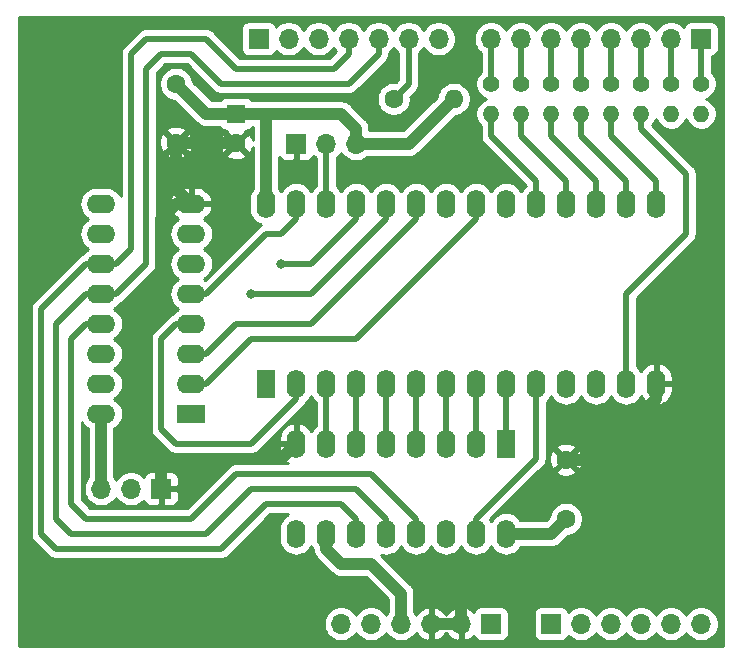
<source format=gbl>
G04 #@! TF.GenerationSoftware,KiCad,Pcbnew,(5.1.12)-1*
G04 #@! TF.CreationDate,2022-05-11T07:36:37+02:00*
G04 #@! TF.ProjectId,EPROM-Shield,4550524f-4d2d-4536-9869-656c642e6b69,rev?*
G04 #@! TF.SameCoordinates,Original*
G04 #@! TF.FileFunction,Copper,L2,Bot*
G04 #@! TF.FilePolarity,Positive*
%FSLAX46Y46*%
G04 Gerber Fmt 4.6, Leading zero omitted, Abs format (unit mm)*
G04 Created by KiCad (PCBNEW (5.1.12)-1) date 2022-05-11 07:36:37*
%MOMM*%
%LPD*%
G01*
G04 APERTURE LIST*
G04 #@! TA.AperFunction,ComponentPad*
%ADD10O,1.700000X1.700000*%
G04 #@! TD*
G04 #@! TA.AperFunction,ComponentPad*
%ADD11R,1.700000X1.700000*%
G04 #@! TD*
G04 #@! TA.AperFunction,ComponentPad*
%ADD12O,1.400000X1.400000*%
G04 #@! TD*
G04 #@! TA.AperFunction,ComponentPad*
%ADD13C,1.400000*%
G04 #@! TD*
G04 #@! TA.AperFunction,ComponentPad*
%ADD14O,1.600000X1.600000*%
G04 #@! TD*
G04 #@! TA.AperFunction,ComponentPad*
%ADD15C,1.600000*%
G04 #@! TD*
G04 #@! TA.AperFunction,ComponentPad*
%ADD16O,1.600000X2.400000*%
G04 #@! TD*
G04 #@! TA.AperFunction,ComponentPad*
%ADD17R,1.600000X2.400000*%
G04 #@! TD*
G04 #@! TA.AperFunction,ComponentPad*
%ADD18R,1.600000X1.600000*%
G04 #@! TD*
G04 #@! TA.AperFunction,ComponentPad*
%ADD19O,2.400000X1.600000*%
G04 #@! TD*
G04 #@! TA.AperFunction,ComponentPad*
%ADD20R,2.400000X1.600000*%
G04 #@! TD*
G04 #@! TA.AperFunction,ViaPad*
%ADD21C,0.800000*%
G04 #@! TD*
G04 #@! TA.AperFunction,Conductor*
%ADD22C,1.000000*%
G04 #@! TD*
G04 #@! TA.AperFunction,Conductor*
%ADD23C,0.500000*%
G04 #@! TD*
G04 #@! TA.AperFunction,Conductor*
%ADD24C,0.254000*%
G04 #@! TD*
G04 #@! TA.AperFunction,Conductor*
%ADD25C,0.100000*%
G04 #@! TD*
G04 APERTURE END LIST*
D10*
G04 #@! TO.P,J3,8*
G04 #@! TO.N,/D7*
X127000000Y-71120000D03*
G04 #@! TO.P,J3,7*
G04 #@! TO.N,/D6*
X129540000Y-71120000D03*
G04 #@! TO.P,J3,6*
G04 #@! TO.N,/D5*
X132080000Y-71120000D03*
G04 #@! TO.P,J3,5*
G04 #@! TO.N,/D4*
X134620000Y-71120000D03*
G04 #@! TO.P,J3,4*
G04 #@! TO.N,/D3*
X137160000Y-71120000D03*
G04 #@! TO.P,J3,3*
G04 #@! TO.N,/D2*
X139700000Y-71120000D03*
G04 #@! TO.P,J3,2*
G04 #@! TO.N,/D1*
X142240000Y-71120000D03*
D11*
G04 #@! TO.P,J3,1*
G04 #@! TO.N,/D0*
X144780000Y-71120000D03*
G04 #@! TD*
D10*
G04 #@! TO.P,J4,6*
G04 #@! TO.N,Net-(J4-Pad6)*
X144780000Y-120650000D03*
G04 #@! TO.P,J4,5*
G04 #@! TO.N,Net-(J4-Pad5)*
X142240000Y-120650000D03*
G04 #@! TO.P,J4,4*
G04 #@! TO.N,Net-(J4-Pad4)*
X139700000Y-120650000D03*
G04 #@! TO.P,J4,3*
G04 #@! TO.N,Net-(J4-Pad3)*
X137160000Y-120650000D03*
G04 #@! TO.P,J4,2*
G04 #@! TO.N,Net-(J4-Pad2)*
X134620000Y-120650000D03*
D11*
G04 #@! TO.P,J4,1*
G04 #@! TO.N,Net-(J4-Pad1)*
X132080000Y-120650000D03*
G04 #@! TD*
D10*
G04 #@! TO.P,J2,6*
G04 #@! TO.N,Net-(J2-Pad6)*
X114300000Y-120650000D03*
G04 #@! TO.P,J2,5*
G04 #@! TO.N,Net-(J2-Pad5)*
X116840000Y-120650000D03*
G04 #@! TO.P,J2,4*
G04 #@! TO.N,VCC*
X119380000Y-120650000D03*
G04 #@! TO.P,J2,3*
G04 #@! TO.N,GND*
X121920000Y-120650000D03*
G04 #@! TO.P,J2,2*
X124460000Y-120650000D03*
D11*
G04 #@! TO.P,J2,1*
G04 #@! TO.N,Net-(J2-Pad1)*
X127000000Y-120650000D03*
G04 #@! TD*
D12*
G04 #@! TO.P,R4,2*
G04 #@! TO.N,Net-(R4-Pad2)*
X139700000Y-77470000D03*
D13*
G04 #@! TO.P,R4,1*
G04 #@! TO.N,/D2*
X139700000Y-74930000D03*
G04 #@! TD*
D12*
G04 #@! TO.P,R3,2*
G04 #@! TO.N,Net-(R3-Pad2)*
X142240000Y-77470000D03*
D13*
G04 #@! TO.P,R3,1*
G04 #@! TO.N,/D1*
X142240000Y-74930000D03*
G04 #@! TD*
D12*
G04 #@! TO.P,R2,2*
G04 #@! TO.N,Net-(R2-Pad2)*
X144780000Y-77470000D03*
D13*
G04 #@! TO.P,R2,1*
G04 #@! TO.N,/D0*
X144780000Y-74930000D03*
G04 #@! TD*
D10*
G04 #@! TO.P,J1,7*
G04 #@! TO.N,/SER*
X122555000Y-71120000D03*
G04 #@! TO.P,J1,6*
G04 #@! TO.N,/_OE*
X120015000Y-71120000D03*
G04 #@! TO.P,J1,5*
G04 #@! TO.N,/RCLK*
X117475000Y-71120000D03*
G04 #@! TO.P,J1,4*
G04 #@! TO.N,/SERCLK*
X114935000Y-71120000D03*
G04 #@! TO.P,J1,3*
G04 #@! TO.N,Net-(J1-Pad3)*
X112395000Y-71120000D03*
G04 #@! TO.P,J1,2*
G04 #@! TO.N,Net-(J1-Pad2)*
X109855000Y-71120000D03*
D11*
G04 #@! TO.P,J1,1*
G04 #@! TO.N,Net-(J1-Pad1)*
X107315000Y-71120000D03*
G04 #@! TD*
D12*
G04 #@! TO.P,R6,2*
G04 #@! TO.N,Net-(R6-Pad2)*
X134620000Y-77470000D03*
D13*
G04 #@! TO.P,R6,1*
G04 #@! TO.N,/D4*
X134620000Y-74930000D03*
G04 #@! TD*
D12*
G04 #@! TO.P,R8,2*
G04 #@! TO.N,Net-(R8-Pad2)*
X129540000Y-77470000D03*
D13*
G04 #@! TO.P,R8,1*
G04 #@! TO.N,/D6*
X129540000Y-74930000D03*
G04 #@! TD*
D12*
G04 #@! TO.P,R9,2*
G04 #@! TO.N,Net-(R9-Pad2)*
X127000000Y-77470000D03*
D13*
G04 #@! TO.P,R9,1*
G04 #@! TO.N,/D7*
X127000000Y-74930000D03*
G04 #@! TD*
D12*
G04 #@! TO.P,R7,2*
G04 #@! TO.N,Net-(R7-Pad2)*
X132080000Y-77470000D03*
D13*
G04 #@! TO.P,R7,1*
G04 #@! TO.N,/D5*
X132080000Y-74930000D03*
G04 #@! TD*
D12*
G04 #@! TO.P,R5,2*
G04 #@! TO.N,Net-(R5-Pad2)*
X137160000Y-77470000D03*
D13*
G04 #@! TO.P,R5,1*
G04 #@! TO.N,/D3*
X137160000Y-74930000D03*
G04 #@! TD*
D14*
G04 #@! TO.P,R1,2*
G04 #@! TO.N,VCC*
X123825000Y-76200000D03*
D15*
G04 #@! TO.P,R1,1*
G04 #@! TO.N,/_OE*
X118745000Y-76200000D03*
G04 #@! TD*
D16*
G04 #@! TO.P,U3,28*
G04 #@! TO.N,VCC*
X107950000Y-85090000D03*
G04 #@! TO.P,U3,14*
G04 #@! TO.N,GND*
X140970000Y-100330000D03*
G04 #@! TO.P,U3,27*
G04 #@! TO.N,/WE*
X110490000Y-85090000D03*
G04 #@! TO.P,U3,13*
G04 #@! TO.N,Net-(R4-Pad2)*
X138430000Y-100330000D03*
G04 #@! TO.P,U3,26*
G04 #@! TO.N,/A13*
X113030000Y-85090000D03*
G04 #@! TO.P,U3,12*
G04 #@! TO.N,Net-(R3-Pad2)*
X135890000Y-100330000D03*
G04 #@! TO.P,U3,25*
G04 #@! TO.N,/A8*
X115570000Y-85090000D03*
G04 #@! TO.P,U3,11*
G04 #@! TO.N,Net-(R2-Pad2)*
X133350000Y-100330000D03*
G04 #@! TO.P,U3,24*
G04 #@! TO.N,/A9*
X118110000Y-85090000D03*
G04 #@! TO.P,U3,10*
G04 #@! TO.N,/A0*
X130810000Y-100330000D03*
G04 #@! TO.P,U3,23*
G04 #@! TO.N,/A11*
X120650000Y-85090000D03*
G04 #@! TO.P,U3,9*
G04 #@! TO.N,/A1*
X128270000Y-100330000D03*
G04 #@! TO.P,U3,22*
G04 #@! TO.N,/OE*
X123190000Y-85090000D03*
G04 #@! TO.P,U3,8*
G04 #@! TO.N,/A2*
X125730000Y-100330000D03*
G04 #@! TO.P,U3,21*
G04 #@! TO.N,/A10*
X125730000Y-85090000D03*
G04 #@! TO.P,U3,7*
G04 #@! TO.N,/A3*
X123190000Y-100330000D03*
G04 #@! TO.P,U3,20*
G04 #@! TO.N,/CS*
X128270000Y-85090000D03*
G04 #@! TO.P,U3,6*
G04 #@! TO.N,/A4*
X120650000Y-100330000D03*
G04 #@! TO.P,U3,19*
G04 #@! TO.N,Net-(R9-Pad2)*
X130810000Y-85090000D03*
G04 #@! TO.P,U3,5*
G04 #@! TO.N,/A5*
X118110000Y-100330000D03*
G04 #@! TO.P,U3,18*
G04 #@! TO.N,Net-(R8-Pad2)*
X133350000Y-85090000D03*
G04 #@! TO.P,U3,4*
G04 #@! TO.N,/A6*
X115570000Y-100330000D03*
G04 #@! TO.P,U3,17*
G04 #@! TO.N,Net-(R7-Pad2)*
X135890000Y-85090000D03*
G04 #@! TO.P,U3,3*
G04 #@! TO.N,/A7*
X113030000Y-100330000D03*
G04 #@! TO.P,U3,16*
G04 #@! TO.N,Net-(R6-Pad2)*
X138430000Y-85090000D03*
G04 #@! TO.P,U3,2*
G04 #@! TO.N,/A12*
X110490000Y-100330000D03*
G04 #@! TO.P,U3,15*
G04 #@! TO.N,Net-(R5-Pad2)*
X140970000Y-85090000D03*
D17*
G04 #@! TO.P,U3,1*
G04 #@! TO.N,/A14*
X107950000Y-100330000D03*
G04 #@! TD*
D15*
G04 #@! TO.P,C3,2*
G04 #@! TO.N,GND*
X105410000Y-79970000D03*
D18*
G04 #@! TO.P,C3,1*
G04 #@! TO.N,VCC*
X105410000Y-77470000D03*
G04 #@! TD*
D15*
G04 #@! TO.P,C2,2*
G04 #@! TO.N,GND*
X100330000Y-79930000D03*
G04 #@! TO.P,C2,1*
G04 #@! TO.N,VCC*
X100330000Y-74930000D03*
G04 #@! TD*
G04 #@! TO.P,C1,2*
G04 #@! TO.N,GND*
X133350000Y-106760000D03*
G04 #@! TO.P,C1,1*
G04 #@! TO.N,VCC*
X133350000Y-111760000D03*
G04 #@! TD*
D16*
G04 #@! TO.P,U2,16*
G04 #@! TO.N,VCC*
X128270000Y-113030000D03*
G04 #@! TO.P,U2,8*
G04 #@! TO.N,GND*
X110490000Y-105410000D03*
G04 #@! TO.P,U2,15*
G04 #@! TO.N,/A0*
X125730000Y-113030000D03*
G04 #@! TO.P,U2,7*
G04 #@! TO.N,/A7*
X113030000Y-105410000D03*
G04 #@! TO.P,U2,14*
G04 #@! TO.N,Net-(U1-Pad9)*
X123190000Y-113030000D03*
G04 #@! TO.P,U2,6*
G04 #@! TO.N,/A6*
X115570000Y-105410000D03*
G04 #@! TO.P,U2,13*
G04 #@! TO.N,/_OE*
X120650000Y-113030000D03*
G04 #@! TO.P,U2,5*
G04 #@! TO.N,/A5*
X118110000Y-105410000D03*
G04 #@! TO.P,U2,12*
G04 #@! TO.N,/RCLK*
X118110000Y-113030000D03*
G04 #@! TO.P,U2,4*
G04 #@! TO.N,/A4*
X120650000Y-105410000D03*
G04 #@! TO.P,U2,11*
G04 #@! TO.N,/SERCLK*
X115570000Y-113030000D03*
G04 #@! TO.P,U2,3*
G04 #@! TO.N,/A3*
X123190000Y-105410000D03*
G04 #@! TO.P,U2,10*
G04 #@! TO.N,VCC*
X113030000Y-113030000D03*
G04 #@! TO.P,U2,2*
G04 #@! TO.N,/A2*
X125730000Y-105410000D03*
G04 #@! TO.P,U2,9*
G04 #@! TO.N,Net-(U2-Pad9)*
X110490000Y-113030000D03*
D17*
G04 #@! TO.P,U2,1*
G04 #@! TO.N,/A1*
X128270000Y-105410000D03*
G04 #@! TD*
D19*
G04 #@! TO.P,U1,16*
G04 #@! TO.N,VCC*
X93980000Y-102870000D03*
G04 #@! TO.P,U1,8*
G04 #@! TO.N,GND*
X101600000Y-85090000D03*
G04 #@! TO.P,U1,15*
G04 #@! TO.N,/A8*
X93980000Y-100330000D03*
G04 #@! TO.P,U1,7*
G04 #@! TO.N,/CS*
X101600000Y-87630000D03*
G04 #@! TO.P,U1,14*
G04 #@! TO.N,/SER*
X93980000Y-97790000D03*
G04 #@! TO.P,U1,6*
G04 #@! TO.N,/OE*
X101600000Y-90170000D03*
G04 #@! TO.P,U1,13*
G04 #@! TO.N,/_OE*
X93980000Y-95250000D03*
G04 #@! TO.P,U1,5*
G04 #@! TO.N,/WE*
X101600000Y-92710000D03*
G04 #@! TO.P,U1,12*
G04 #@! TO.N,/RCLK*
X93980000Y-92710000D03*
G04 #@! TO.P,U1,4*
G04 #@! TO.N,/A12*
X101600000Y-95250000D03*
G04 #@! TO.P,U1,11*
G04 #@! TO.N,/SERCLK*
X93980000Y-90170000D03*
G04 #@! TO.P,U1,3*
G04 #@! TO.N,/A11*
X101600000Y-97790000D03*
G04 #@! TO.P,U1,10*
G04 #@! TO.N,VCC*
X93980000Y-87630000D03*
G04 #@! TO.P,U1,2*
G04 #@! TO.N,/A10*
X101600000Y-100330000D03*
G04 #@! TO.P,U1,9*
G04 #@! TO.N,Net-(U1-Pad9)*
X93980000Y-85090000D03*
D20*
G04 #@! TO.P,U1,1*
G04 #@! TO.N,/A9*
X101600000Y-102870000D03*
G04 #@! TD*
D10*
G04 #@! TO.P,JP2,3*
G04 #@! TO.N,VCC*
X93980000Y-109220000D03*
G04 #@! TO.P,JP2,2*
G04 #@! TO.N,/A14*
X96520000Y-109220000D03*
D11*
G04 #@! TO.P,JP2,1*
G04 #@! TO.N,GND*
X99060000Y-109220000D03*
G04 #@! TD*
D10*
G04 #@! TO.P,JP1,3*
G04 #@! TO.N,VCC*
X115570000Y-80010000D03*
G04 #@! TO.P,JP1,2*
G04 #@! TO.N,/A13*
X113030000Y-80010000D03*
D11*
G04 #@! TO.P,JP1,1*
G04 #@! TO.N,GND*
X110490000Y-80010000D03*
G04 #@! TD*
D21*
G04 #@! TO.N,/A8*
X109220000Y-90170000D03*
G04 #@! TO.N,/A9*
X106680000Y-92710000D03*
G04 #@! TD*
D22*
G04 #@! TO.N,VCC*
X115570000Y-80010000D02*
X115570000Y-78740000D01*
X115570000Y-78740000D02*
X114300000Y-77470000D01*
X114300000Y-77470000D02*
X105410000Y-77470000D01*
X107950000Y-85090000D02*
X107950000Y-77470000D01*
X102870000Y-77470000D02*
X100330000Y-74930000D01*
X105410000Y-77470000D02*
X102870000Y-77470000D01*
X93980000Y-109220000D02*
X93980000Y-102870000D01*
X132080000Y-113030000D02*
X133350000Y-111760000D01*
X128270000Y-113030000D02*
X132080000Y-113030000D01*
X123825000Y-76200000D02*
X120015000Y-80010000D01*
X120015000Y-80010000D02*
X115570000Y-80010000D01*
X119380000Y-120650000D02*
X119380000Y-118110000D01*
X119380000Y-118110000D02*
X116840000Y-115570000D01*
X116840000Y-115570000D02*
X114300000Y-115570000D01*
X114300000Y-115570000D02*
X113030000Y-114300000D01*
X113030000Y-114300000D02*
X113030000Y-113030000D01*
G04 #@! TO.N,GND*
X105370000Y-79930000D02*
X105410000Y-79970000D01*
X100330000Y-79930000D02*
X105370000Y-79930000D01*
X100330000Y-83820000D02*
X101600000Y-85090000D01*
X100330000Y-79930000D02*
X100330000Y-83820000D01*
X133350000Y-106760000D02*
X135810000Y-106760000D01*
X140970000Y-101600000D02*
X140970000Y-100330000D01*
X135810000Y-106760000D02*
X140970000Y-101600000D01*
X110490000Y-105410000D02*
X109220000Y-106680000D01*
X109220000Y-106680000D02*
X99060000Y-106680000D01*
X99060000Y-106680000D02*
X99060000Y-109220000D01*
X99060000Y-106680000D02*
X97790000Y-105410000D01*
X97790000Y-105410000D02*
X97790000Y-93980000D01*
X97790000Y-93980000D02*
X99060000Y-92710000D01*
X99060000Y-92710000D02*
X99060000Y-86360000D01*
X99060000Y-86360000D02*
X100330000Y-85090000D01*
X100330000Y-85090000D02*
X101600000Y-85090000D01*
X121920000Y-120650000D02*
X124460000Y-120650000D01*
X124460000Y-120650000D02*
X124460000Y-118110000D01*
X124460000Y-118110000D02*
X127000000Y-115570000D01*
X127000000Y-115570000D02*
X134620000Y-115570000D01*
X134620000Y-115570000D02*
X137160000Y-113030000D01*
X137160000Y-113030000D02*
X137160000Y-107950000D01*
X137160000Y-107950000D02*
X135890000Y-106680000D01*
D23*
G04 #@! TO.N,/D0*
X144780000Y-71120000D02*
X144780000Y-74930000D01*
G04 #@! TO.N,/D1*
X142240000Y-71120000D02*
X142240000Y-74930000D01*
G04 #@! TO.N,/D2*
X139700000Y-71120000D02*
X139700000Y-74930000D01*
G04 #@! TO.N,/D3*
X137160000Y-71120000D02*
X137160000Y-74930000D01*
G04 #@! TO.N,/D4*
X134620000Y-71120000D02*
X134620000Y-74930000D01*
G04 #@! TO.N,/D5*
X132080000Y-71120000D02*
X132080000Y-74930000D01*
G04 #@! TO.N,/D6*
X129540000Y-71120000D02*
X129540000Y-74930000D01*
G04 #@! TO.N,/D7*
X127000000Y-71120000D02*
X127000000Y-74930000D01*
G04 #@! TO.N,/A13*
X113030000Y-80010000D02*
X113030000Y-85090000D01*
G04 #@! TO.N,Net-(R4-Pad2)*
X139700000Y-77470000D02*
X139700000Y-78740000D01*
X139700000Y-78740000D02*
X143510000Y-82550000D01*
X143510000Y-82550000D02*
X143510000Y-87630000D01*
X143510000Y-87630000D02*
X138430000Y-92710000D01*
X138430000Y-92710000D02*
X138430000Y-100330000D01*
G04 #@! TO.N,Net-(R5-Pad2)*
X137160000Y-77470000D02*
X137160000Y-79375000D01*
X137160000Y-79375000D02*
X140970000Y-83185000D01*
X140970000Y-83185000D02*
X140970000Y-85090000D01*
G04 #@! TO.N,Net-(R6-Pad2)*
X134620000Y-77470000D02*
X134620000Y-79375000D01*
X134620000Y-79375000D02*
X138430000Y-83185000D01*
X138430000Y-83185000D02*
X138430000Y-85090000D01*
G04 #@! TO.N,Net-(R7-Pad2)*
X132080000Y-77470000D02*
X132080000Y-79375000D01*
X135890000Y-83185000D02*
X135890000Y-85090000D01*
X132080000Y-79375000D02*
X135890000Y-83185000D01*
G04 #@! TO.N,Net-(R8-Pad2)*
X129540000Y-77470000D02*
X129540000Y-79375000D01*
X133350000Y-83185000D02*
X133350000Y-85090000D01*
X129540000Y-79375000D02*
X133350000Y-83185000D01*
G04 #@! TO.N,Net-(R9-Pad2)*
X127000000Y-77470000D02*
X127000000Y-79375000D01*
X130810000Y-83185000D02*
X130810000Y-85090000D01*
X127000000Y-79375000D02*
X130810000Y-83185000D01*
G04 #@! TO.N,/A8*
X115570000Y-85090000D02*
X115570000Y-86360000D01*
X115570000Y-86360000D02*
X111760000Y-90170000D01*
X111760000Y-90170000D02*
X109220000Y-90170000D01*
G04 #@! TO.N,/WE*
X101600000Y-92710000D02*
X102870000Y-92710000D01*
X102870000Y-92710000D02*
X107950000Y-87630000D01*
X107950000Y-87630000D02*
X109220000Y-87630000D01*
X109220000Y-87630000D02*
X110490000Y-86360000D01*
X110490000Y-86360000D02*
X110490000Y-85090000D01*
G04 #@! TO.N,/A12*
X110490000Y-100330000D02*
X110490000Y-101600000D01*
X110490000Y-101600000D02*
X106680000Y-105410000D01*
X106680000Y-105410000D02*
X100330000Y-105410000D01*
X100330000Y-105410000D02*
X99060000Y-104140000D01*
X99060000Y-104140000D02*
X99060000Y-96520000D01*
X99060000Y-96520000D02*
X100330000Y-95250000D01*
X100330000Y-95250000D02*
X101600000Y-95250000D01*
G04 #@! TO.N,/A11*
X120650000Y-86360000D02*
X120650000Y-85090000D01*
X111760000Y-95250000D02*
X120650000Y-86360000D01*
X101600000Y-97790000D02*
X102870000Y-97790000D01*
X102870000Y-97790000D02*
X105410000Y-95250000D01*
X105410000Y-95250000D02*
X111760000Y-95250000D01*
G04 #@! TO.N,/A10*
X125730000Y-86360000D02*
X125730000Y-85090000D01*
X115570000Y-96520000D02*
X125730000Y-86360000D01*
X101600000Y-100330000D02*
X102870000Y-100330000D01*
X102870000Y-100330000D02*
X106680000Y-96520000D01*
X106680000Y-96520000D02*
X115570000Y-96520000D01*
G04 #@! TO.N,/A9*
X118110000Y-86360000D02*
X118110000Y-85090000D01*
X111760000Y-92710000D02*
X118110000Y-86360000D01*
X106680000Y-92710000D02*
X111760000Y-92710000D01*
G04 #@! TO.N,/A0*
X130810000Y-100330000D02*
X130810000Y-106680000D01*
X130810000Y-106680000D02*
X125730000Y-111760000D01*
X125730000Y-111760000D02*
X125730000Y-113030000D01*
G04 #@! TO.N,/A7*
X113030000Y-105410000D02*
X113030000Y-100330000D01*
G04 #@! TO.N,/A6*
X115570000Y-105410000D02*
X115570000Y-100330000D01*
G04 #@! TO.N,/A5*
X118110000Y-105410000D02*
X118110000Y-100330000D01*
G04 #@! TO.N,/A4*
X120650000Y-105410000D02*
X120650000Y-100330000D01*
G04 #@! TO.N,/A3*
X123190000Y-105410000D02*
X123190000Y-100330000D01*
G04 #@! TO.N,/A2*
X125730000Y-105410000D02*
X125730000Y-100330000D01*
G04 #@! TO.N,/A1*
X128270000Y-105410000D02*
X128270000Y-100330000D01*
G04 #@! TO.N,/_OE*
X101600000Y-111760000D02*
X92710000Y-111760000D01*
X92710000Y-111760000D02*
X91440000Y-110490000D01*
X91440000Y-110490000D02*
X91440000Y-96520000D01*
X92710000Y-95250000D02*
X93980000Y-95250000D01*
X91440000Y-96520000D02*
X92710000Y-95250000D01*
X101600000Y-111760000D02*
X105410000Y-107950000D01*
X105410000Y-107950000D02*
X116840000Y-107950000D01*
X116840000Y-107950000D02*
X120650000Y-111760000D01*
X120650000Y-111760000D02*
X120650000Y-113030000D01*
X120015000Y-74930000D02*
X118745000Y-76200000D01*
X120015000Y-71120000D02*
X120015000Y-74930000D01*
G04 #@! TO.N,/RCLK*
X102870000Y-113030000D02*
X91440000Y-113030000D01*
X91440000Y-113030000D02*
X90170000Y-111760000D01*
X90170000Y-111760000D02*
X90170000Y-95250000D01*
X92710000Y-92710000D02*
X93980000Y-92710000D01*
X90170000Y-95250000D02*
X92710000Y-92710000D01*
X102870000Y-113030000D02*
X106680000Y-109220000D01*
X106680000Y-109220000D02*
X115570000Y-109220000D01*
X115570000Y-109220000D02*
X118110000Y-111760000D01*
X118110000Y-111760000D02*
X118110000Y-113030000D01*
X95250000Y-92710000D02*
X97790000Y-90170000D01*
X97790000Y-73660000D02*
X99060000Y-72390000D01*
X93980000Y-92710000D02*
X95250000Y-92710000D01*
X97790000Y-90170000D02*
X97790000Y-73660000D01*
X99060000Y-72390000D02*
X101600000Y-72390000D01*
X101600000Y-72390000D02*
X104140000Y-74930000D01*
X104140000Y-74930000D02*
X114935000Y-74930000D01*
X114935000Y-74930000D02*
X117475000Y-72390000D01*
X117475000Y-72390000D02*
X117475000Y-71120000D01*
G04 #@! TO.N,/SERCLK*
X115570000Y-113030000D02*
X115570000Y-111760000D01*
X92710000Y-90170000D02*
X93980000Y-90170000D01*
X115570000Y-111760000D02*
X114300000Y-110490000D01*
X88900000Y-93980000D02*
X92710000Y-90170000D01*
X114300000Y-110490000D02*
X107950000Y-110490000D01*
X107950000Y-110490000D02*
X104140000Y-114300000D01*
X88900000Y-113030000D02*
X88900000Y-93980000D01*
X104140000Y-114300000D02*
X90170000Y-114300000D01*
X90170000Y-114300000D02*
X88900000Y-113030000D01*
X114935000Y-72390000D02*
X114935000Y-71120000D01*
X113665000Y-73660000D02*
X114935000Y-72390000D01*
X105410000Y-73660000D02*
X113665000Y-73660000D01*
X102870000Y-71120000D02*
X105410000Y-73660000D01*
X96520000Y-72390000D02*
X97790000Y-71120000D01*
X96520000Y-88900000D02*
X96520000Y-72390000D01*
X97790000Y-71120000D02*
X102870000Y-71120000D01*
X95250000Y-90170000D02*
X96520000Y-88900000D01*
X93980000Y-90170000D02*
X95250000Y-90170000D01*
G04 #@! TD*
D24*
G04 #@! TO.N,GND*
X146635001Y-122505000D02*
X87045000Y-122505000D01*
X87045000Y-93980000D01*
X88010719Y-93980000D01*
X88015001Y-94023479D01*
X88015000Y-112986531D01*
X88010719Y-113030000D01*
X88015000Y-113073469D01*
X88015000Y-113073476D01*
X88027805Y-113203489D01*
X88078411Y-113370312D01*
X88160589Y-113524058D01*
X88271183Y-113658817D01*
X88304954Y-113686532D01*
X89513470Y-114895049D01*
X89541183Y-114928817D01*
X89574951Y-114956530D01*
X89574953Y-114956532D01*
X89646452Y-115015210D01*
X89675941Y-115039411D01*
X89829687Y-115121589D01*
X89996510Y-115172195D01*
X90126523Y-115185000D01*
X90126533Y-115185000D01*
X90169999Y-115189281D01*
X90213465Y-115185000D01*
X104096531Y-115185000D01*
X104140000Y-115189281D01*
X104183469Y-115185000D01*
X104183477Y-115185000D01*
X104313490Y-115172195D01*
X104480313Y-115121589D01*
X104634059Y-115039411D01*
X104768817Y-114928817D01*
X104796534Y-114895044D01*
X108316579Y-111375000D01*
X109793796Y-111375000D01*
X109688900Y-111431068D01*
X109470393Y-111610392D01*
X109291068Y-111828899D01*
X109157818Y-112078192D01*
X109075764Y-112348691D01*
X109055000Y-112559508D01*
X109055000Y-113500491D01*
X109075764Y-113711308D01*
X109157818Y-113981807D01*
X109291068Y-114231100D01*
X109470392Y-114449607D01*
X109688899Y-114628932D01*
X109938192Y-114762182D01*
X110208691Y-114844236D01*
X110490000Y-114871943D01*
X110771308Y-114844236D01*
X111041807Y-114762182D01*
X111291100Y-114628932D01*
X111509607Y-114449608D01*
X111688932Y-114231101D01*
X111760000Y-114098142D01*
X111831068Y-114231100D01*
X111889768Y-114302626D01*
X111895000Y-114355751D01*
X111911423Y-114522498D01*
X111976324Y-114736446D01*
X112081716Y-114933623D01*
X112223551Y-115106449D01*
X112266865Y-115141996D01*
X113458008Y-116333140D01*
X113493551Y-116376449D01*
X113666377Y-116518284D01*
X113863553Y-116623676D01*
X114027705Y-116673471D01*
X114077500Y-116688577D01*
X114098493Y-116690644D01*
X114244248Y-116705000D01*
X114244255Y-116705000D01*
X114299999Y-116710490D01*
X114355743Y-116705000D01*
X116369869Y-116705000D01*
X118245001Y-118580133D01*
X118245000Y-119684893D01*
X118226525Y-119703368D01*
X118110000Y-119877760D01*
X117993475Y-119703368D01*
X117786632Y-119496525D01*
X117543411Y-119334010D01*
X117273158Y-119222068D01*
X116986260Y-119165000D01*
X116693740Y-119165000D01*
X116406842Y-119222068D01*
X116136589Y-119334010D01*
X115893368Y-119496525D01*
X115686525Y-119703368D01*
X115570000Y-119877760D01*
X115453475Y-119703368D01*
X115246632Y-119496525D01*
X115003411Y-119334010D01*
X114733158Y-119222068D01*
X114446260Y-119165000D01*
X114153740Y-119165000D01*
X113866842Y-119222068D01*
X113596589Y-119334010D01*
X113353368Y-119496525D01*
X113146525Y-119703368D01*
X112984010Y-119946589D01*
X112872068Y-120216842D01*
X112815000Y-120503740D01*
X112815000Y-120796260D01*
X112872068Y-121083158D01*
X112984010Y-121353411D01*
X113146525Y-121596632D01*
X113353368Y-121803475D01*
X113596589Y-121965990D01*
X113866842Y-122077932D01*
X114153740Y-122135000D01*
X114446260Y-122135000D01*
X114733158Y-122077932D01*
X115003411Y-121965990D01*
X115246632Y-121803475D01*
X115453475Y-121596632D01*
X115570000Y-121422240D01*
X115686525Y-121596632D01*
X115893368Y-121803475D01*
X116136589Y-121965990D01*
X116406842Y-122077932D01*
X116693740Y-122135000D01*
X116986260Y-122135000D01*
X117273158Y-122077932D01*
X117543411Y-121965990D01*
X117786632Y-121803475D01*
X117993475Y-121596632D01*
X118110000Y-121422240D01*
X118226525Y-121596632D01*
X118433368Y-121803475D01*
X118676589Y-121965990D01*
X118946842Y-122077932D01*
X119233740Y-122135000D01*
X119526260Y-122135000D01*
X119813158Y-122077932D01*
X120083411Y-121965990D01*
X120326632Y-121803475D01*
X120533475Y-121596632D01*
X120655195Y-121414466D01*
X120724822Y-121531355D01*
X120919731Y-121747588D01*
X121153080Y-121921641D01*
X121415901Y-122046825D01*
X121563110Y-122091476D01*
X121793000Y-121970155D01*
X121793000Y-120777000D01*
X122047000Y-120777000D01*
X122047000Y-121970155D01*
X122276890Y-122091476D01*
X122424099Y-122046825D01*
X122686920Y-121921641D01*
X122920269Y-121747588D01*
X123115178Y-121531355D01*
X123190000Y-121405745D01*
X123264822Y-121531355D01*
X123459731Y-121747588D01*
X123693080Y-121921641D01*
X123955901Y-122046825D01*
X124103110Y-122091476D01*
X124333000Y-121970155D01*
X124333000Y-120777000D01*
X122047000Y-120777000D01*
X121793000Y-120777000D01*
X121773000Y-120777000D01*
X121773000Y-120523000D01*
X121793000Y-120523000D01*
X121793000Y-119329845D01*
X122047000Y-119329845D01*
X122047000Y-120523000D01*
X124333000Y-120523000D01*
X124333000Y-119329845D01*
X124587000Y-119329845D01*
X124587000Y-120523000D01*
X124607000Y-120523000D01*
X124607000Y-120777000D01*
X124587000Y-120777000D01*
X124587000Y-121970155D01*
X124816890Y-122091476D01*
X124964099Y-122046825D01*
X125226920Y-121921641D01*
X125460269Y-121747588D01*
X125536034Y-121663534D01*
X125560498Y-121744180D01*
X125619463Y-121854494D01*
X125698815Y-121951185D01*
X125795506Y-122030537D01*
X125905820Y-122089502D01*
X126025518Y-122125812D01*
X126150000Y-122138072D01*
X127850000Y-122138072D01*
X127974482Y-122125812D01*
X128094180Y-122089502D01*
X128204494Y-122030537D01*
X128301185Y-121951185D01*
X128380537Y-121854494D01*
X128439502Y-121744180D01*
X128475812Y-121624482D01*
X128488072Y-121500000D01*
X128488072Y-119800000D01*
X130591928Y-119800000D01*
X130591928Y-121500000D01*
X130604188Y-121624482D01*
X130640498Y-121744180D01*
X130699463Y-121854494D01*
X130778815Y-121951185D01*
X130875506Y-122030537D01*
X130985820Y-122089502D01*
X131105518Y-122125812D01*
X131230000Y-122138072D01*
X132930000Y-122138072D01*
X133054482Y-122125812D01*
X133174180Y-122089502D01*
X133284494Y-122030537D01*
X133381185Y-121951185D01*
X133460537Y-121854494D01*
X133519502Y-121744180D01*
X133541513Y-121671620D01*
X133673368Y-121803475D01*
X133916589Y-121965990D01*
X134186842Y-122077932D01*
X134473740Y-122135000D01*
X134766260Y-122135000D01*
X135053158Y-122077932D01*
X135323411Y-121965990D01*
X135566632Y-121803475D01*
X135773475Y-121596632D01*
X135890000Y-121422240D01*
X136006525Y-121596632D01*
X136213368Y-121803475D01*
X136456589Y-121965990D01*
X136726842Y-122077932D01*
X137013740Y-122135000D01*
X137306260Y-122135000D01*
X137593158Y-122077932D01*
X137863411Y-121965990D01*
X138106632Y-121803475D01*
X138313475Y-121596632D01*
X138430000Y-121422240D01*
X138546525Y-121596632D01*
X138753368Y-121803475D01*
X138996589Y-121965990D01*
X139266842Y-122077932D01*
X139553740Y-122135000D01*
X139846260Y-122135000D01*
X140133158Y-122077932D01*
X140403411Y-121965990D01*
X140646632Y-121803475D01*
X140853475Y-121596632D01*
X140970000Y-121422240D01*
X141086525Y-121596632D01*
X141293368Y-121803475D01*
X141536589Y-121965990D01*
X141806842Y-122077932D01*
X142093740Y-122135000D01*
X142386260Y-122135000D01*
X142673158Y-122077932D01*
X142943411Y-121965990D01*
X143186632Y-121803475D01*
X143393475Y-121596632D01*
X143510000Y-121422240D01*
X143626525Y-121596632D01*
X143833368Y-121803475D01*
X144076589Y-121965990D01*
X144346842Y-122077932D01*
X144633740Y-122135000D01*
X144926260Y-122135000D01*
X145213158Y-122077932D01*
X145483411Y-121965990D01*
X145726632Y-121803475D01*
X145933475Y-121596632D01*
X146095990Y-121353411D01*
X146207932Y-121083158D01*
X146265000Y-120796260D01*
X146265000Y-120503740D01*
X146207932Y-120216842D01*
X146095990Y-119946589D01*
X145933475Y-119703368D01*
X145726632Y-119496525D01*
X145483411Y-119334010D01*
X145213158Y-119222068D01*
X144926260Y-119165000D01*
X144633740Y-119165000D01*
X144346842Y-119222068D01*
X144076589Y-119334010D01*
X143833368Y-119496525D01*
X143626525Y-119703368D01*
X143510000Y-119877760D01*
X143393475Y-119703368D01*
X143186632Y-119496525D01*
X142943411Y-119334010D01*
X142673158Y-119222068D01*
X142386260Y-119165000D01*
X142093740Y-119165000D01*
X141806842Y-119222068D01*
X141536589Y-119334010D01*
X141293368Y-119496525D01*
X141086525Y-119703368D01*
X140970000Y-119877760D01*
X140853475Y-119703368D01*
X140646632Y-119496525D01*
X140403411Y-119334010D01*
X140133158Y-119222068D01*
X139846260Y-119165000D01*
X139553740Y-119165000D01*
X139266842Y-119222068D01*
X138996589Y-119334010D01*
X138753368Y-119496525D01*
X138546525Y-119703368D01*
X138430000Y-119877760D01*
X138313475Y-119703368D01*
X138106632Y-119496525D01*
X137863411Y-119334010D01*
X137593158Y-119222068D01*
X137306260Y-119165000D01*
X137013740Y-119165000D01*
X136726842Y-119222068D01*
X136456589Y-119334010D01*
X136213368Y-119496525D01*
X136006525Y-119703368D01*
X135890000Y-119877760D01*
X135773475Y-119703368D01*
X135566632Y-119496525D01*
X135323411Y-119334010D01*
X135053158Y-119222068D01*
X134766260Y-119165000D01*
X134473740Y-119165000D01*
X134186842Y-119222068D01*
X133916589Y-119334010D01*
X133673368Y-119496525D01*
X133541513Y-119628380D01*
X133519502Y-119555820D01*
X133460537Y-119445506D01*
X133381185Y-119348815D01*
X133284494Y-119269463D01*
X133174180Y-119210498D01*
X133054482Y-119174188D01*
X132930000Y-119161928D01*
X131230000Y-119161928D01*
X131105518Y-119174188D01*
X130985820Y-119210498D01*
X130875506Y-119269463D01*
X130778815Y-119348815D01*
X130699463Y-119445506D01*
X130640498Y-119555820D01*
X130604188Y-119675518D01*
X130591928Y-119800000D01*
X128488072Y-119800000D01*
X128475812Y-119675518D01*
X128439502Y-119555820D01*
X128380537Y-119445506D01*
X128301185Y-119348815D01*
X128204494Y-119269463D01*
X128094180Y-119210498D01*
X127974482Y-119174188D01*
X127850000Y-119161928D01*
X126150000Y-119161928D01*
X126025518Y-119174188D01*
X125905820Y-119210498D01*
X125795506Y-119269463D01*
X125698815Y-119348815D01*
X125619463Y-119445506D01*
X125560498Y-119555820D01*
X125536034Y-119636466D01*
X125460269Y-119552412D01*
X125226920Y-119378359D01*
X124964099Y-119253175D01*
X124816890Y-119208524D01*
X124587000Y-119329845D01*
X124333000Y-119329845D01*
X124103110Y-119208524D01*
X123955901Y-119253175D01*
X123693080Y-119378359D01*
X123459731Y-119552412D01*
X123264822Y-119768645D01*
X123190000Y-119894255D01*
X123115178Y-119768645D01*
X122920269Y-119552412D01*
X122686920Y-119378359D01*
X122424099Y-119253175D01*
X122276890Y-119208524D01*
X122047000Y-119329845D01*
X121793000Y-119329845D01*
X121563110Y-119208524D01*
X121415901Y-119253175D01*
X121153080Y-119378359D01*
X120919731Y-119552412D01*
X120724822Y-119768645D01*
X120655195Y-119885534D01*
X120533475Y-119703368D01*
X120515000Y-119684893D01*
X120515000Y-118165741D01*
X120520490Y-118109999D01*
X120515000Y-118054257D01*
X120515000Y-118054248D01*
X120498577Y-117887501D01*
X120433676Y-117673553D01*
X120328284Y-117476377D01*
X120186449Y-117303551D01*
X120143141Y-117268009D01*
X117681996Y-114806865D01*
X117674207Y-114797374D01*
X117828691Y-114844236D01*
X118110000Y-114871943D01*
X118391308Y-114844236D01*
X118661807Y-114762182D01*
X118911100Y-114628932D01*
X119129607Y-114449608D01*
X119308932Y-114231101D01*
X119380000Y-114098142D01*
X119451068Y-114231100D01*
X119630392Y-114449607D01*
X119848899Y-114628932D01*
X120098192Y-114762182D01*
X120368691Y-114844236D01*
X120650000Y-114871943D01*
X120931308Y-114844236D01*
X121201807Y-114762182D01*
X121451100Y-114628932D01*
X121669607Y-114449608D01*
X121848932Y-114231101D01*
X121920000Y-114098142D01*
X121991068Y-114231100D01*
X122170392Y-114449607D01*
X122388899Y-114628932D01*
X122638192Y-114762182D01*
X122908691Y-114844236D01*
X123190000Y-114871943D01*
X123471308Y-114844236D01*
X123741807Y-114762182D01*
X123991100Y-114628932D01*
X124209607Y-114449608D01*
X124388932Y-114231101D01*
X124460000Y-114098142D01*
X124531068Y-114231100D01*
X124710392Y-114449607D01*
X124928899Y-114628932D01*
X125178192Y-114762182D01*
X125448691Y-114844236D01*
X125730000Y-114871943D01*
X126011308Y-114844236D01*
X126281807Y-114762182D01*
X126531100Y-114628932D01*
X126749607Y-114449608D01*
X126928932Y-114231101D01*
X127000000Y-114098142D01*
X127071068Y-114231100D01*
X127250392Y-114449607D01*
X127468899Y-114628932D01*
X127718192Y-114762182D01*
X127988691Y-114844236D01*
X128270000Y-114871943D01*
X128551308Y-114844236D01*
X128821807Y-114762182D01*
X129071100Y-114628932D01*
X129289607Y-114449608D01*
X129468932Y-114231101D01*
X129504264Y-114165000D01*
X132024249Y-114165000D01*
X132080000Y-114170491D01*
X132135751Y-114165000D01*
X132135752Y-114165000D01*
X132302499Y-114148577D01*
X132516447Y-114083676D01*
X132713623Y-113978284D01*
X132886449Y-113836449D01*
X132921996Y-113793135D01*
X133527282Y-113187850D01*
X133768574Y-113139853D01*
X134029727Y-113031680D01*
X134264759Y-112874637D01*
X134464637Y-112674759D01*
X134621680Y-112439727D01*
X134729853Y-112178574D01*
X134785000Y-111901335D01*
X134785000Y-111618665D01*
X134729853Y-111341426D01*
X134621680Y-111080273D01*
X134464637Y-110845241D01*
X134264759Y-110645363D01*
X134029727Y-110488320D01*
X133768574Y-110380147D01*
X133491335Y-110325000D01*
X133208665Y-110325000D01*
X132931426Y-110380147D01*
X132670273Y-110488320D01*
X132435241Y-110645363D01*
X132235363Y-110845241D01*
X132078320Y-111080273D01*
X131970147Y-111341426D01*
X131922150Y-111582718D01*
X131609869Y-111895000D01*
X129504264Y-111895000D01*
X129468932Y-111828899D01*
X129289608Y-111610392D01*
X129071101Y-111431068D01*
X128821808Y-111297818D01*
X128551309Y-111215764D01*
X128270000Y-111188057D01*
X127988692Y-111215764D01*
X127718193Y-111297818D01*
X127468900Y-111431068D01*
X127250393Y-111610392D01*
X127071068Y-111828899D01*
X127000000Y-111961858D01*
X126928932Y-111828899D01*
X126921606Y-111819972D01*
X130988876Y-107752702D01*
X132536903Y-107752702D01*
X132608486Y-107996671D01*
X132863996Y-108117571D01*
X133138184Y-108186300D01*
X133420512Y-108200217D01*
X133700130Y-108158787D01*
X133966292Y-108063603D01*
X134091514Y-107996671D01*
X134163097Y-107752702D01*
X133350000Y-106939605D01*
X132536903Y-107752702D01*
X130988876Y-107752702D01*
X131405049Y-107336530D01*
X131438817Y-107308817D01*
X131508232Y-107224236D01*
X131549411Y-107174059D01*
X131567329Y-107140537D01*
X131631589Y-107020313D01*
X131682195Y-106853490D01*
X131684458Y-106830512D01*
X131909783Y-106830512D01*
X131951213Y-107110130D01*
X132046397Y-107376292D01*
X132113329Y-107501514D01*
X132357298Y-107573097D01*
X133170395Y-106760000D01*
X133529605Y-106760000D01*
X134342702Y-107573097D01*
X134586671Y-107501514D01*
X134707571Y-107246004D01*
X134776300Y-106971816D01*
X134790217Y-106689488D01*
X134748787Y-106409870D01*
X134653603Y-106143708D01*
X134586671Y-106018486D01*
X134342702Y-105946903D01*
X133529605Y-106760000D01*
X133170395Y-106760000D01*
X132357298Y-105946903D01*
X132113329Y-106018486D01*
X131992429Y-106273996D01*
X131923700Y-106548184D01*
X131909783Y-106830512D01*
X131684458Y-106830512D01*
X131695000Y-106723477D01*
X131695000Y-106723469D01*
X131699281Y-106680000D01*
X131695000Y-106636531D01*
X131695000Y-105767298D01*
X132536903Y-105767298D01*
X133350000Y-106580395D01*
X134163097Y-105767298D01*
X134091514Y-105523329D01*
X133836004Y-105402429D01*
X133561816Y-105333700D01*
X133279488Y-105319783D01*
X132999870Y-105361213D01*
X132733708Y-105456397D01*
X132608486Y-105523329D01*
X132536903Y-105767298D01*
X131695000Y-105767298D01*
X131695000Y-101860078D01*
X131829608Y-101749608D01*
X132008932Y-101531101D01*
X132080000Y-101398142D01*
X132151068Y-101531101D01*
X132330393Y-101749608D01*
X132548900Y-101928932D01*
X132798193Y-102062182D01*
X133068692Y-102144236D01*
X133350000Y-102171943D01*
X133631309Y-102144236D01*
X133901808Y-102062182D01*
X134151101Y-101928932D01*
X134369608Y-101749608D01*
X134548932Y-101531101D01*
X134620000Y-101398142D01*
X134691068Y-101531101D01*
X134870393Y-101749608D01*
X135088900Y-101928932D01*
X135338193Y-102062182D01*
X135608692Y-102144236D01*
X135890000Y-102171943D01*
X136171309Y-102144236D01*
X136441808Y-102062182D01*
X136691101Y-101928932D01*
X136909608Y-101749608D01*
X137088932Y-101531101D01*
X137160000Y-101398142D01*
X137231068Y-101531101D01*
X137410393Y-101749608D01*
X137628900Y-101928932D01*
X137878193Y-102062182D01*
X138148692Y-102144236D01*
X138430000Y-102171943D01*
X138711309Y-102144236D01*
X138981808Y-102062182D01*
X139231101Y-101928932D01*
X139449608Y-101749608D01*
X139628932Y-101531101D01*
X139697265Y-101403259D01*
X139847399Y-101632839D01*
X140045105Y-101834500D01*
X140278354Y-101993715D01*
X140538182Y-102104367D01*
X140620961Y-102121904D01*
X140843000Y-101999915D01*
X140843000Y-100457000D01*
X141097000Y-100457000D01*
X141097000Y-101999915D01*
X141319039Y-102121904D01*
X141401818Y-102104367D01*
X141661646Y-101993715D01*
X141894895Y-101834500D01*
X142092601Y-101632839D01*
X142247166Y-101396483D01*
X142352650Y-101134514D01*
X142405000Y-100857000D01*
X142405000Y-100457000D01*
X141097000Y-100457000D01*
X140843000Y-100457000D01*
X140823000Y-100457000D01*
X140823000Y-100203000D01*
X140843000Y-100203000D01*
X140843000Y-98660085D01*
X141097000Y-98660085D01*
X141097000Y-100203000D01*
X142405000Y-100203000D01*
X142405000Y-99803000D01*
X142352650Y-99525486D01*
X142247166Y-99263517D01*
X142092601Y-99027161D01*
X141894895Y-98825500D01*
X141661646Y-98666285D01*
X141401818Y-98555633D01*
X141319039Y-98538096D01*
X141097000Y-98660085D01*
X140843000Y-98660085D01*
X140620961Y-98538096D01*
X140538182Y-98555633D01*
X140278354Y-98666285D01*
X140045105Y-98825500D01*
X139847399Y-99027161D01*
X139697265Y-99256741D01*
X139628932Y-99128899D01*
X139449607Y-98910392D01*
X139315000Y-98799923D01*
X139315000Y-93076578D01*
X144105049Y-88286530D01*
X144138817Y-88258817D01*
X144249411Y-88124059D01*
X144331589Y-87970313D01*
X144382195Y-87803490D01*
X144395000Y-87673477D01*
X144395000Y-87673469D01*
X144399281Y-87630000D01*
X144395000Y-87586531D01*
X144395000Y-82593469D01*
X144399281Y-82550000D01*
X144395000Y-82506531D01*
X144395000Y-82506523D01*
X144382195Y-82376510D01*
X144357687Y-82295718D01*
X144331589Y-82209686D01*
X144249411Y-82055941D01*
X144166532Y-81954953D01*
X144166530Y-81954951D01*
X144138817Y-81921183D01*
X144105050Y-81893471D01*
X140634777Y-78423198D01*
X140736962Y-78321013D01*
X140883061Y-78102359D01*
X140970000Y-77892470D01*
X141056939Y-78102359D01*
X141203038Y-78321013D01*
X141388987Y-78506962D01*
X141607641Y-78653061D01*
X141850595Y-78753696D01*
X142108514Y-78805000D01*
X142371486Y-78805000D01*
X142629405Y-78753696D01*
X142872359Y-78653061D01*
X143091013Y-78506962D01*
X143276962Y-78321013D01*
X143423061Y-78102359D01*
X143510000Y-77892470D01*
X143596939Y-78102359D01*
X143743038Y-78321013D01*
X143928987Y-78506962D01*
X144147641Y-78653061D01*
X144390595Y-78753696D01*
X144648514Y-78805000D01*
X144911486Y-78805000D01*
X145169405Y-78753696D01*
X145412359Y-78653061D01*
X145631013Y-78506962D01*
X145816962Y-78321013D01*
X145963061Y-78102359D01*
X146063696Y-77859405D01*
X146115000Y-77601486D01*
X146115000Y-77338514D01*
X146063696Y-77080595D01*
X145963061Y-76837641D01*
X145816962Y-76618987D01*
X145631013Y-76433038D01*
X145412359Y-76286939D01*
X145202470Y-76200000D01*
X145412359Y-76113061D01*
X145631013Y-75966962D01*
X145816962Y-75781013D01*
X145963061Y-75562359D01*
X146063696Y-75319405D01*
X146115000Y-75061486D01*
X146115000Y-74798514D01*
X146063696Y-74540595D01*
X145963061Y-74297641D01*
X145816962Y-74078987D01*
X145665000Y-73927025D01*
X145665000Y-72604625D01*
X145754482Y-72595812D01*
X145874180Y-72559502D01*
X145984494Y-72500537D01*
X146081185Y-72421185D01*
X146160537Y-72324494D01*
X146219502Y-72214180D01*
X146255812Y-72094482D01*
X146268072Y-71970000D01*
X146268072Y-70270000D01*
X146255812Y-70145518D01*
X146219502Y-70025820D01*
X146160537Y-69915506D01*
X146081185Y-69818815D01*
X145984494Y-69739463D01*
X145874180Y-69680498D01*
X145754482Y-69644188D01*
X145630000Y-69631928D01*
X143930000Y-69631928D01*
X143805518Y-69644188D01*
X143685820Y-69680498D01*
X143575506Y-69739463D01*
X143478815Y-69818815D01*
X143399463Y-69915506D01*
X143340498Y-70025820D01*
X143318487Y-70098380D01*
X143186632Y-69966525D01*
X142943411Y-69804010D01*
X142673158Y-69692068D01*
X142386260Y-69635000D01*
X142093740Y-69635000D01*
X141806842Y-69692068D01*
X141536589Y-69804010D01*
X141293368Y-69966525D01*
X141086525Y-70173368D01*
X140970000Y-70347760D01*
X140853475Y-70173368D01*
X140646632Y-69966525D01*
X140403411Y-69804010D01*
X140133158Y-69692068D01*
X139846260Y-69635000D01*
X139553740Y-69635000D01*
X139266842Y-69692068D01*
X138996589Y-69804010D01*
X138753368Y-69966525D01*
X138546525Y-70173368D01*
X138430000Y-70347760D01*
X138313475Y-70173368D01*
X138106632Y-69966525D01*
X137863411Y-69804010D01*
X137593158Y-69692068D01*
X137306260Y-69635000D01*
X137013740Y-69635000D01*
X136726842Y-69692068D01*
X136456589Y-69804010D01*
X136213368Y-69966525D01*
X136006525Y-70173368D01*
X135890000Y-70347760D01*
X135773475Y-70173368D01*
X135566632Y-69966525D01*
X135323411Y-69804010D01*
X135053158Y-69692068D01*
X134766260Y-69635000D01*
X134473740Y-69635000D01*
X134186842Y-69692068D01*
X133916589Y-69804010D01*
X133673368Y-69966525D01*
X133466525Y-70173368D01*
X133350000Y-70347760D01*
X133233475Y-70173368D01*
X133026632Y-69966525D01*
X132783411Y-69804010D01*
X132513158Y-69692068D01*
X132226260Y-69635000D01*
X131933740Y-69635000D01*
X131646842Y-69692068D01*
X131376589Y-69804010D01*
X131133368Y-69966525D01*
X130926525Y-70173368D01*
X130810000Y-70347760D01*
X130693475Y-70173368D01*
X130486632Y-69966525D01*
X130243411Y-69804010D01*
X129973158Y-69692068D01*
X129686260Y-69635000D01*
X129393740Y-69635000D01*
X129106842Y-69692068D01*
X128836589Y-69804010D01*
X128593368Y-69966525D01*
X128386525Y-70173368D01*
X128270000Y-70347760D01*
X128153475Y-70173368D01*
X127946632Y-69966525D01*
X127703411Y-69804010D01*
X127433158Y-69692068D01*
X127146260Y-69635000D01*
X126853740Y-69635000D01*
X126566842Y-69692068D01*
X126296589Y-69804010D01*
X126053368Y-69966525D01*
X125846525Y-70173368D01*
X125684010Y-70416589D01*
X125572068Y-70686842D01*
X125515000Y-70973740D01*
X125515000Y-71266260D01*
X125572068Y-71553158D01*
X125684010Y-71823411D01*
X125846525Y-72066632D01*
X126053368Y-72273475D01*
X126115000Y-72314656D01*
X126115001Y-73927024D01*
X125963038Y-74078987D01*
X125816939Y-74297641D01*
X125716304Y-74540595D01*
X125665000Y-74798514D01*
X125665000Y-75061486D01*
X125716304Y-75319405D01*
X125816939Y-75562359D01*
X125963038Y-75781013D01*
X126148987Y-75966962D01*
X126367641Y-76113061D01*
X126577530Y-76200000D01*
X126367641Y-76286939D01*
X126148987Y-76433038D01*
X125963038Y-76618987D01*
X125816939Y-76837641D01*
X125716304Y-77080595D01*
X125665000Y-77338514D01*
X125665000Y-77601486D01*
X125716304Y-77859405D01*
X125816939Y-78102359D01*
X125963038Y-78321013D01*
X126115001Y-78472976D01*
X126115001Y-79331521D01*
X126110719Y-79375000D01*
X126127805Y-79548490D01*
X126178412Y-79715313D01*
X126260590Y-79869059D01*
X126343468Y-79970046D01*
X126343471Y-79970049D01*
X126371184Y-80003817D01*
X126404951Y-80031530D01*
X129925000Y-83551579D01*
X129925000Y-83559922D01*
X129790392Y-83670393D01*
X129611068Y-83888900D01*
X129540000Y-84021858D01*
X129468932Y-83888899D01*
X129289607Y-83670392D01*
X129071100Y-83491068D01*
X128821807Y-83357818D01*
X128551308Y-83275764D01*
X128270000Y-83248057D01*
X127988691Y-83275764D01*
X127718192Y-83357818D01*
X127468899Y-83491068D01*
X127250392Y-83670393D01*
X127071068Y-83888900D01*
X127000000Y-84021858D01*
X126928932Y-83888899D01*
X126749607Y-83670392D01*
X126531100Y-83491068D01*
X126281807Y-83357818D01*
X126011308Y-83275764D01*
X125730000Y-83248057D01*
X125448691Y-83275764D01*
X125178192Y-83357818D01*
X124928899Y-83491068D01*
X124710392Y-83670393D01*
X124531068Y-83888900D01*
X124460000Y-84021858D01*
X124388932Y-83888899D01*
X124209607Y-83670392D01*
X123991100Y-83491068D01*
X123741807Y-83357818D01*
X123471308Y-83275764D01*
X123190000Y-83248057D01*
X122908691Y-83275764D01*
X122638192Y-83357818D01*
X122388899Y-83491068D01*
X122170392Y-83670393D01*
X121991068Y-83888900D01*
X121920000Y-84021858D01*
X121848932Y-83888899D01*
X121669607Y-83670392D01*
X121451100Y-83491068D01*
X121201807Y-83357818D01*
X120931308Y-83275764D01*
X120650000Y-83248057D01*
X120368691Y-83275764D01*
X120098192Y-83357818D01*
X119848899Y-83491068D01*
X119630392Y-83670393D01*
X119451068Y-83888900D01*
X119380000Y-84021858D01*
X119308932Y-83888899D01*
X119129607Y-83670392D01*
X118911100Y-83491068D01*
X118661807Y-83357818D01*
X118391308Y-83275764D01*
X118110000Y-83248057D01*
X117828691Y-83275764D01*
X117558192Y-83357818D01*
X117308899Y-83491068D01*
X117090392Y-83670393D01*
X116911068Y-83888900D01*
X116840000Y-84021858D01*
X116768932Y-83888899D01*
X116589607Y-83670392D01*
X116371100Y-83491068D01*
X116121807Y-83357818D01*
X115851308Y-83275764D01*
X115570000Y-83248057D01*
X115288691Y-83275764D01*
X115018192Y-83357818D01*
X114768899Y-83491068D01*
X114550392Y-83670393D01*
X114371068Y-83888900D01*
X114300000Y-84021858D01*
X114228932Y-83888899D01*
X114049607Y-83670392D01*
X113915000Y-83559923D01*
X113915000Y-81204656D01*
X113976632Y-81163475D01*
X114183475Y-80956632D01*
X114300000Y-80782240D01*
X114416525Y-80956632D01*
X114623368Y-81163475D01*
X114866589Y-81325990D01*
X115136842Y-81437932D01*
X115423740Y-81495000D01*
X115716260Y-81495000D01*
X116003158Y-81437932D01*
X116273411Y-81325990D01*
X116516632Y-81163475D01*
X116535107Y-81145000D01*
X119959249Y-81145000D01*
X120015000Y-81150491D01*
X120070751Y-81145000D01*
X120070752Y-81145000D01*
X120237499Y-81128577D01*
X120451447Y-81063676D01*
X120648623Y-80958284D01*
X120821449Y-80816449D01*
X120856996Y-80773135D01*
X124002283Y-77627849D01*
X124243574Y-77579853D01*
X124504727Y-77471680D01*
X124739759Y-77314637D01*
X124939637Y-77114759D01*
X125096680Y-76879727D01*
X125204853Y-76618574D01*
X125260000Y-76341335D01*
X125260000Y-76058665D01*
X125204853Y-75781426D01*
X125096680Y-75520273D01*
X124939637Y-75285241D01*
X124739759Y-75085363D01*
X124504727Y-74928320D01*
X124243574Y-74820147D01*
X123966335Y-74765000D01*
X123683665Y-74765000D01*
X123406426Y-74820147D01*
X123145273Y-74928320D01*
X122910241Y-75085363D01*
X122710363Y-75285241D01*
X122553320Y-75520273D01*
X122445147Y-75781426D01*
X122397151Y-76022717D01*
X119544869Y-78875000D01*
X116705000Y-78875000D01*
X116705000Y-78795743D01*
X116710490Y-78739999D01*
X116705000Y-78684255D01*
X116705000Y-78684248D01*
X116688577Y-78517501D01*
X116684391Y-78503700D01*
X116673471Y-78467705D01*
X116623676Y-78303553D01*
X116518284Y-78106377D01*
X116376449Y-77933551D01*
X116333140Y-77898008D01*
X115141996Y-76706865D01*
X115106449Y-76663551D01*
X114933623Y-76521716D01*
X114736447Y-76416324D01*
X114522499Y-76351423D01*
X114355752Y-76335000D01*
X114355751Y-76335000D01*
X114300000Y-76329509D01*
X114244249Y-76335000D01*
X108005752Y-76335000D01*
X107950000Y-76329509D01*
X107894249Y-76335000D01*
X106750957Y-76335000D01*
X106740537Y-76315506D01*
X106661185Y-76218815D01*
X106564494Y-76139463D01*
X106454180Y-76080498D01*
X106334482Y-76044188D01*
X106210000Y-76031928D01*
X104610000Y-76031928D01*
X104485518Y-76044188D01*
X104365820Y-76080498D01*
X104255506Y-76139463D01*
X104158815Y-76218815D01*
X104079463Y-76315506D01*
X104069043Y-76335000D01*
X103340132Y-76335000D01*
X101757850Y-74752718D01*
X101709853Y-74511426D01*
X101601680Y-74250273D01*
X101444637Y-74015241D01*
X101244759Y-73815363D01*
X101009727Y-73658320D01*
X100748574Y-73550147D01*
X100471335Y-73495000D01*
X100188665Y-73495000D01*
X99911426Y-73550147D01*
X99650273Y-73658320D01*
X99415241Y-73815363D01*
X99215363Y-74015241D01*
X99058320Y-74250273D01*
X98950147Y-74511426D01*
X98895000Y-74788665D01*
X98895000Y-75071335D01*
X98950147Y-75348574D01*
X99058320Y-75609727D01*
X99215363Y-75844759D01*
X99415241Y-76044637D01*
X99650273Y-76201680D01*
X99911426Y-76309853D01*
X100152718Y-76357850D01*
X102028009Y-78233141D01*
X102063551Y-78276449D01*
X102236377Y-78418284D01*
X102433553Y-78523676D01*
X102647501Y-78588577D01*
X102814248Y-78605000D01*
X102814257Y-78605000D01*
X102869999Y-78610490D01*
X102925741Y-78605000D01*
X104069043Y-78605000D01*
X104079463Y-78624494D01*
X104158815Y-78721185D01*
X104255506Y-78800537D01*
X104365820Y-78859502D01*
X104485518Y-78895812D01*
X104610000Y-78908072D01*
X104617215Y-78908072D01*
X104596903Y-78977298D01*
X105410000Y-79790395D01*
X106223097Y-78977298D01*
X106202785Y-78908072D01*
X106210000Y-78908072D01*
X106334482Y-78895812D01*
X106454180Y-78859502D01*
X106564494Y-78800537D01*
X106661185Y-78721185D01*
X106740537Y-78624494D01*
X106750957Y-78605000D01*
X106815001Y-78605000D01*
X106815001Y-79661807D01*
X106808787Y-79619870D01*
X106713603Y-79353708D01*
X106646671Y-79228486D01*
X106402702Y-79156903D01*
X105589605Y-79970000D01*
X106402702Y-80783097D01*
X106646671Y-80711514D01*
X106767571Y-80456004D01*
X106815001Y-80266788D01*
X106815000Y-83810998D01*
X106751068Y-83888900D01*
X106617818Y-84138193D01*
X106535764Y-84408692D01*
X106515000Y-84619509D01*
X106515000Y-85560492D01*
X106535764Y-85771309D01*
X106617818Y-86041808D01*
X106751068Y-86291101D01*
X106930393Y-86509608D01*
X107148900Y-86688932D01*
X107398193Y-86822182D01*
X107516680Y-86858124D01*
X107455941Y-86890589D01*
X107354953Y-86973468D01*
X107354951Y-86973470D01*
X107321183Y-87001183D01*
X107293470Y-87034951D01*
X102810028Y-91518394D01*
X102801101Y-91511068D01*
X102668142Y-91440000D01*
X102801101Y-91368932D01*
X103019608Y-91189608D01*
X103198932Y-90971101D01*
X103332182Y-90721808D01*
X103414236Y-90451309D01*
X103441943Y-90170000D01*
X103414236Y-89888691D01*
X103332182Y-89618192D01*
X103198932Y-89368899D01*
X103019608Y-89150392D01*
X102801101Y-88971068D01*
X102668142Y-88900000D01*
X102801101Y-88828932D01*
X103019608Y-88649608D01*
X103198932Y-88431101D01*
X103332182Y-88181808D01*
X103414236Y-87911309D01*
X103441943Y-87630000D01*
X103414236Y-87348691D01*
X103332182Y-87078192D01*
X103198932Y-86828899D01*
X103019608Y-86610392D01*
X102801101Y-86431068D01*
X102673259Y-86362735D01*
X102902839Y-86212601D01*
X103104500Y-86014895D01*
X103263715Y-85781646D01*
X103374367Y-85521818D01*
X103391904Y-85439039D01*
X103269915Y-85217000D01*
X101727000Y-85217000D01*
X101727000Y-85237000D01*
X101473000Y-85237000D01*
X101473000Y-85217000D01*
X99930085Y-85217000D01*
X99808096Y-85439039D01*
X99825633Y-85521818D01*
X99936285Y-85781646D01*
X100095500Y-86014895D01*
X100297161Y-86212601D01*
X100526741Y-86362735D01*
X100398899Y-86431068D01*
X100180392Y-86610392D01*
X100001068Y-86828899D01*
X99867818Y-87078192D01*
X99785764Y-87348691D01*
X99758057Y-87630000D01*
X99785764Y-87911309D01*
X99867818Y-88181808D01*
X100001068Y-88431101D01*
X100180392Y-88649608D01*
X100398899Y-88828932D01*
X100531858Y-88900000D01*
X100398899Y-88971068D01*
X100180392Y-89150392D01*
X100001068Y-89368899D01*
X99867818Y-89618192D01*
X99785764Y-89888691D01*
X99758057Y-90170000D01*
X99785764Y-90451309D01*
X99867818Y-90721808D01*
X100001068Y-90971101D01*
X100180392Y-91189608D01*
X100398899Y-91368932D01*
X100531858Y-91440000D01*
X100398899Y-91511068D01*
X100180392Y-91690392D01*
X100001068Y-91908899D01*
X99867818Y-92158192D01*
X99785764Y-92428691D01*
X99758057Y-92710000D01*
X99785764Y-92991309D01*
X99867818Y-93261808D01*
X100001068Y-93511101D01*
X100180392Y-93729608D01*
X100398899Y-93908932D01*
X100531858Y-93980000D01*
X100398899Y-94051068D01*
X100180392Y-94230392D01*
X100027228Y-94417023D01*
X99989687Y-94428411D01*
X99835941Y-94510589D01*
X99835939Y-94510590D01*
X99835940Y-94510590D01*
X99734953Y-94593468D01*
X99734951Y-94593470D01*
X99701183Y-94621183D01*
X99673470Y-94654951D01*
X98464951Y-95863471D01*
X98431184Y-95891183D01*
X98403471Y-95924951D01*
X98403468Y-95924954D01*
X98320590Y-96025941D01*
X98238412Y-96179687D01*
X98187805Y-96346510D01*
X98170719Y-96520000D01*
X98175001Y-96563479D01*
X98175000Y-104096531D01*
X98170719Y-104140000D01*
X98175000Y-104183469D01*
X98175000Y-104183476D01*
X98187805Y-104313489D01*
X98238411Y-104480312D01*
X98320589Y-104634058D01*
X98431183Y-104768817D01*
X98464956Y-104796534D01*
X99673470Y-106005049D01*
X99701183Y-106038817D01*
X99734951Y-106066530D01*
X99734953Y-106066532D01*
X99765143Y-106091308D01*
X99835941Y-106149411D01*
X99989687Y-106231589D01*
X100156510Y-106282195D01*
X100286523Y-106295000D01*
X100286533Y-106295000D01*
X100329999Y-106299281D01*
X100373465Y-106295000D01*
X106636531Y-106295000D01*
X106680000Y-106299281D01*
X106723469Y-106295000D01*
X106723477Y-106295000D01*
X106853490Y-106282195D01*
X107020313Y-106231589D01*
X107174059Y-106149411D01*
X107308817Y-106038817D01*
X107336534Y-106005044D01*
X108458578Y-104883000D01*
X109055000Y-104883000D01*
X109055000Y-105283000D01*
X110363000Y-105283000D01*
X110363000Y-103740085D01*
X110140961Y-103618096D01*
X110058182Y-103635633D01*
X109798354Y-103746285D01*
X109565105Y-103905500D01*
X109367399Y-104107161D01*
X109212834Y-104343517D01*
X109107350Y-104605486D01*
X109055000Y-104883000D01*
X108458578Y-104883000D01*
X111085049Y-102256530D01*
X111118817Y-102228817D01*
X111188232Y-102144236D01*
X111229411Y-102094059D01*
X111311589Y-101940314D01*
X111322977Y-101902772D01*
X111509608Y-101749608D01*
X111688932Y-101531101D01*
X111760000Y-101398142D01*
X111831068Y-101531101D01*
X112010393Y-101749608D01*
X112145001Y-101860078D01*
X112145000Y-103879923D01*
X112010393Y-103990392D01*
X111831068Y-104208899D01*
X111762735Y-104336741D01*
X111612601Y-104107161D01*
X111414895Y-103905500D01*
X111181646Y-103746285D01*
X110921818Y-103635633D01*
X110839039Y-103618096D01*
X110617000Y-103740085D01*
X110617000Y-105283000D01*
X110637000Y-105283000D01*
X110637000Y-105537000D01*
X110617000Y-105537000D01*
X110617000Y-105557000D01*
X110363000Y-105557000D01*
X110363000Y-105537000D01*
X109055000Y-105537000D01*
X109055000Y-105937000D01*
X109107350Y-106214514D01*
X109212834Y-106476483D01*
X109367399Y-106712839D01*
X109565105Y-106914500D01*
X109785587Y-107065000D01*
X105453469Y-107065000D01*
X105410000Y-107060719D01*
X105366531Y-107065000D01*
X105366523Y-107065000D01*
X105236510Y-107077805D01*
X105069686Y-107128411D01*
X104915941Y-107210589D01*
X104814953Y-107293468D01*
X104814951Y-107293470D01*
X104781183Y-107321183D01*
X104753470Y-107354951D01*
X101233422Y-110875000D01*
X93076579Y-110875000D01*
X92325000Y-110123422D01*
X92325000Y-103566205D01*
X92381068Y-103671101D01*
X92560392Y-103889608D01*
X92778899Y-104068932D01*
X92845001Y-104104264D01*
X92845000Y-108254893D01*
X92826525Y-108273368D01*
X92664010Y-108516589D01*
X92552068Y-108786842D01*
X92495000Y-109073740D01*
X92495000Y-109366260D01*
X92552068Y-109653158D01*
X92664010Y-109923411D01*
X92826525Y-110166632D01*
X93033368Y-110373475D01*
X93276589Y-110535990D01*
X93546842Y-110647932D01*
X93833740Y-110705000D01*
X94126260Y-110705000D01*
X94413158Y-110647932D01*
X94683411Y-110535990D01*
X94926632Y-110373475D01*
X95133475Y-110166632D01*
X95250000Y-109992240D01*
X95366525Y-110166632D01*
X95573368Y-110373475D01*
X95816589Y-110535990D01*
X96086842Y-110647932D01*
X96373740Y-110705000D01*
X96666260Y-110705000D01*
X96953158Y-110647932D01*
X97223411Y-110535990D01*
X97466632Y-110373475D01*
X97598487Y-110241620D01*
X97620498Y-110314180D01*
X97679463Y-110424494D01*
X97758815Y-110521185D01*
X97855506Y-110600537D01*
X97965820Y-110659502D01*
X98085518Y-110695812D01*
X98210000Y-110708072D01*
X98774250Y-110705000D01*
X98933000Y-110546250D01*
X98933000Y-109347000D01*
X99187000Y-109347000D01*
X99187000Y-110546250D01*
X99345750Y-110705000D01*
X99910000Y-110708072D01*
X100034482Y-110695812D01*
X100154180Y-110659502D01*
X100264494Y-110600537D01*
X100361185Y-110521185D01*
X100440537Y-110424494D01*
X100499502Y-110314180D01*
X100535812Y-110194482D01*
X100548072Y-110070000D01*
X100545000Y-109505750D01*
X100386250Y-109347000D01*
X99187000Y-109347000D01*
X98933000Y-109347000D01*
X98913000Y-109347000D01*
X98913000Y-109093000D01*
X98933000Y-109093000D01*
X98933000Y-107893750D01*
X99187000Y-107893750D01*
X99187000Y-109093000D01*
X100386250Y-109093000D01*
X100545000Y-108934250D01*
X100548072Y-108370000D01*
X100535812Y-108245518D01*
X100499502Y-108125820D01*
X100440537Y-108015506D01*
X100361185Y-107918815D01*
X100264494Y-107839463D01*
X100154180Y-107780498D01*
X100034482Y-107744188D01*
X99910000Y-107731928D01*
X99345750Y-107735000D01*
X99187000Y-107893750D01*
X98933000Y-107893750D01*
X98774250Y-107735000D01*
X98210000Y-107731928D01*
X98085518Y-107744188D01*
X97965820Y-107780498D01*
X97855506Y-107839463D01*
X97758815Y-107918815D01*
X97679463Y-108015506D01*
X97620498Y-108125820D01*
X97598487Y-108198380D01*
X97466632Y-108066525D01*
X97223411Y-107904010D01*
X96953158Y-107792068D01*
X96666260Y-107735000D01*
X96373740Y-107735000D01*
X96086842Y-107792068D01*
X95816589Y-107904010D01*
X95573368Y-108066525D01*
X95366525Y-108273368D01*
X95250000Y-108447760D01*
X95133475Y-108273368D01*
X95115000Y-108254893D01*
X95115000Y-104104264D01*
X95181101Y-104068932D01*
X95399608Y-103889608D01*
X95578932Y-103671101D01*
X95712182Y-103421808D01*
X95794236Y-103151309D01*
X95821943Y-102870000D01*
X95794236Y-102588691D01*
X95712182Y-102318192D01*
X95578932Y-102068899D01*
X95399608Y-101850392D01*
X95181101Y-101671068D01*
X95048142Y-101600000D01*
X95181101Y-101528932D01*
X95399608Y-101349608D01*
X95578932Y-101131101D01*
X95712182Y-100881808D01*
X95794236Y-100611309D01*
X95821943Y-100330000D01*
X95794236Y-100048691D01*
X95712182Y-99778192D01*
X95578932Y-99528899D01*
X95399608Y-99310392D01*
X95181101Y-99131068D01*
X95048142Y-99060000D01*
X95181101Y-98988932D01*
X95399608Y-98809608D01*
X95578932Y-98591101D01*
X95712182Y-98341808D01*
X95794236Y-98071309D01*
X95821943Y-97790000D01*
X95794236Y-97508691D01*
X95712182Y-97238192D01*
X95578932Y-96988899D01*
X95399608Y-96770392D01*
X95181101Y-96591068D01*
X95048142Y-96520000D01*
X95181101Y-96448932D01*
X95399608Y-96269608D01*
X95578932Y-96051101D01*
X95712182Y-95801808D01*
X95794236Y-95531309D01*
X95821943Y-95250000D01*
X95794236Y-94968691D01*
X95712182Y-94698192D01*
X95578932Y-94448899D01*
X95399608Y-94230392D01*
X95181101Y-94051068D01*
X95048142Y-93980000D01*
X95181101Y-93908932D01*
X95399608Y-93729608D01*
X95552772Y-93542977D01*
X95590313Y-93531589D01*
X95744059Y-93449411D01*
X95878817Y-93338817D01*
X95906534Y-93305044D01*
X98385050Y-90826529D01*
X98418817Y-90798817D01*
X98529411Y-90664059D01*
X98611589Y-90510313D01*
X98662195Y-90343490D01*
X98675000Y-90213477D01*
X98675000Y-90213467D01*
X98679281Y-90170001D01*
X98675000Y-90126535D01*
X98675000Y-84740961D01*
X99808096Y-84740961D01*
X99930085Y-84963000D01*
X101473000Y-84963000D01*
X101473000Y-83655000D01*
X101727000Y-83655000D01*
X101727000Y-84963000D01*
X103269915Y-84963000D01*
X103391904Y-84740961D01*
X103374367Y-84658182D01*
X103263715Y-84398354D01*
X103104500Y-84165105D01*
X102902839Y-83967399D01*
X102666483Y-83812834D01*
X102404514Y-83707350D01*
X102127000Y-83655000D01*
X101727000Y-83655000D01*
X101473000Y-83655000D01*
X101073000Y-83655000D01*
X100795486Y-83707350D01*
X100533517Y-83812834D01*
X100297161Y-83967399D01*
X100095500Y-84165105D01*
X99936285Y-84398354D01*
X99825633Y-84658182D01*
X99808096Y-84740961D01*
X98675000Y-84740961D01*
X98675000Y-80922702D01*
X99516903Y-80922702D01*
X99588486Y-81166671D01*
X99843996Y-81287571D01*
X100118184Y-81356300D01*
X100400512Y-81370217D01*
X100680130Y-81328787D01*
X100946292Y-81233603D01*
X101071514Y-81166671D01*
X101131360Y-80962702D01*
X104596903Y-80962702D01*
X104668486Y-81206671D01*
X104923996Y-81327571D01*
X105198184Y-81396300D01*
X105480512Y-81410217D01*
X105760130Y-81368787D01*
X106026292Y-81273603D01*
X106151514Y-81206671D01*
X106223097Y-80962702D01*
X105410000Y-80149605D01*
X104596903Y-80962702D01*
X101131360Y-80962702D01*
X101143097Y-80922702D01*
X100330000Y-80109605D01*
X99516903Y-80922702D01*
X98675000Y-80922702D01*
X98675000Y-80000512D01*
X98889783Y-80000512D01*
X98931213Y-80280130D01*
X99026397Y-80546292D01*
X99093329Y-80671514D01*
X99337298Y-80743097D01*
X100150395Y-79930000D01*
X100509605Y-79930000D01*
X101322702Y-80743097D01*
X101566671Y-80671514D01*
X101687571Y-80416004D01*
X101756300Y-80141816D01*
X101761293Y-80040512D01*
X103969783Y-80040512D01*
X104011213Y-80320130D01*
X104106397Y-80586292D01*
X104173329Y-80711514D01*
X104417298Y-80783097D01*
X105230395Y-79970000D01*
X104417298Y-79156903D01*
X104173329Y-79228486D01*
X104052429Y-79483996D01*
X103983700Y-79758184D01*
X103969783Y-80040512D01*
X101761293Y-80040512D01*
X101770217Y-79859488D01*
X101728787Y-79579870D01*
X101633603Y-79313708D01*
X101566671Y-79188486D01*
X101322702Y-79116903D01*
X100509605Y-79930000D01*
X100150395Y-79930000D01*
X99337298Y-79116903D01*
X99093329Y-79188486D01*
X98972429Y-79443996D01*
X98903700Y-79718184D01*
X98889783Y-80000512D01*
X98675000Y-80000512D01*
X98675000Y-78937298D01*
X99516903Y-78937298D01*
X100330000Y-79750395D01*
X101143097Y-78937298D01*
X101071514Y-78693329D01*
X100816004Y-78572429D01*
X100541816Y-78503700D01*
X100259488Y-78489783D01*
X99979870Y-78531213D01*
X99713708Y-78626397D01*
X99588486Y-78693329D01*
X99516903Y-78937298D01*
X98675000Y-78937298D01*
X98675000Y-74026578D01*
X99426579Y-73275000D01*
X101233422Y-73275000D01*
X103483468Y-75525047D01*
X103511183Y-75558817D01*
X103544951Y-75586530D01*
X103544953Y-75586532D01*
X103573216Y-75609727D01*
X103645941Y-75669411D01*
X103799687Y-75751589D01*
X103966510Y-75802195D01*
X104096523Y-75815000D01*
X104096533Y-75815000D01*
X104139999Y-75819281D01*
X104183465Y-75815000D01*
X114891531Y-75815000D01*
X114935000Y-75819281D01*
X114978469Y-75815000D01*
X114978477Y-75815000D01*
X115108490Y-75802195D01*
X115275313Y-75751589D01*
X115429059Y-75669411D01*
X115563817Y-75558817D01*
X115591534Y-75525044D01*
X118070050Y-73046529D01*
X118103817Y-73018817D01*
X118131533Y-72985046D01*
X118214410Y-72884060D01*
X118214411Y-72884059D01*
X118296589Y-72730313D01*
X118347195Y-72563490D01*
X118360000Y-72433477D01*
X118360000Y-72433467D01*
X118364281Y-72390001D01*
X118360000Y-72346535D01*
X118360000Y-72314656D01*
X118421632Y-72273475D01*
X118628475Y-72066632D01*
X118745000Y-71892240D01*
X118861525Y-72066632D01*
X119068368Y-72273475D01*
X119130000Y-72314656D01*
X119130001Y-74563420D01*
X118921439Y-74771983D01*
X118886335Y-74765000D01*
X118603665Y-74765000D01*
X118326426Y-74820147D01*
X118065273Y-74928320D01*
X117830241Y-75085363D01*
X117630363Y-75285241D01*
X117473320Y-75520273D01*
X117365147Y-75781426D01*
X117310000Y-76058665D01*
X117310000Y-76341335D01*
X117365147Y-76618574D01*
X117473320Y-76879727D01*
X117630363Y-77114759D01*
X117830241Y-77314637D01*
X118065273Y-77471680D01*
X118326426Y-77579853D01*
X118603665Y-77635000D01*
X118886335Y-77635000D01*
X119163574Y-77579853D01*
X119424727Y-77471680D01*
X119659759Y-77314637D01*
X119859637Y-77114759D01*
X120016680Y-76879727D01*
X120124853Y-76618574D01*
X120180000Y-76341335D01*
X120180000Y-76058665D01*
X120173017Y-76023561D01*
X120610049Y-75586530D01*
X120643817Y-75558817D01*
X120754411Y-75424059D01*
X120836589Y-75270313D01*
X120887195Y-75103490D01*
X120900000Y-74973477D01*
X120900000Y-74973467D01*
X120904281Y-74930001D01*
X120900000Y-74886535D01*
X120900000Y-72314656D01*
X120961632Y-72273475D01*
X121168475Y-72066632D01*
X121285000Y-71892240D01*
X121401525Y-72066632D01*
X121608368Y-72273475D01*
X121851589Y-72435990D01*
X122121842Y-72547932D01*
X122408740Y-72605000D01*
X122701260Y-72605000D01*
X122988158Y-72547932D01*
X123258411Y-72435990D01*
X123501632Y-72273475D01*
X123708475Y-72066632D01*
X123870990Y-71823411D01*
X123982932Y-71553158D01*
X124040000Y-71266260D01*
X124040000Y-70973740D01*
X123982932Y-70686842D01*
X123870990Y-70416589D01*
X123708475Y-70173368D01*
X123501632Y-69966525D01*
X123258411Y-69804010D01*
X122988158Y-69692068D01*
X122701260Y-69635000D01*
X122408740Y-69635000D01*
X122121842Y-69692068D01*
X121851589Y-69804010D01*
X121608368Y-69966525D01*
X121401525Y-70173368D01*
X121285000Y-70347760D01*
X121168475Y-70173368D01*
X120961632Y-69966525D01*
X120718411Y-69804010D01*
X120448158Y-69692068D01*
X120161260Y-69635000D01*
X119868740Y-69635000D01*
X119581842Y-69692068D01*
X119311589Y-69804010D01*
X119068368Y-69966525D01*
X118861525Y-70173368D01*
X118745000Y-70347760D01*
X118628475Y-70173368D01*
X118421632Y-69966525D01*
X118178411Y-69804010D01*
X117908158Y-69692068D01*
X117621260Y-69635000D01*
X117328740Y-69635000D01*
X117041842Y-69692068D01*
X116771589Y-69804010D01*
X116528368Y-69966525D01*
X116321525Y-70173368D01*
X116205000Y-70347760D01*
X116088475Y-70173368D01*
X115881632Y-69966525D01*
X115638411Y-69804010D01*
X115368158Y-69692068D01*
X115081260Y-69635000D01*
X114788740Y-69635000D01*
X114501842Y-69692068D01*
X114231589Y-69804010D01*
X113988368Y-69966525D01*
X113781525Y-70173368D01*
X113665000Y-70347760D01*
X113548475Y-70173368D01*
X113341632Y-69966525D01*
X113098411Y-69804010D01*
X112828158Y-69692068D01*
X112541260Y-69635000D01*
X112248740Y-69635000D01*
X111961842Y-69692068D01*
X111691589Y-69804010D01*
X111448368Y-69966525D01*
X111241525Y-70173368D01*
X111125000Y-70347760D01*
X111008475Y-70173368D01*
X110801632Y-69966525D01*
X110558411Y-69804010D01*
X110288158Y-69692068D01*
X110001260Y-69635000D01*
X109708740Y-69635000D01*
X109421842Y-69692068D01*
X109151589Y-69804010D01*
X108908368Y-69966525D01*
X108776513Y-70098380D01*
X108754502Y-70025820D01*
X108695537Y-69915506D01*
X108616185Y-69818815D01*
X108519494Y-69739463D01*
X108409180Y-69680498D01*
X108289482Y-69644188D01*
X108165000Y-69631928D01*
X106465000Y-69631928D01*
X106340518Y-69644188D01*
X106220820Y-69680498D01*
X106110506Y-69739463D01*
X106013815Y-69818815D01*
X105934463Y-69915506D01*
X105875498Y-70025820D01*
X105839188Y-70145518D01*
X105826928Y-70270000D01*
X105826928Y-71970000D01*
X105839188Y-72094482D01*
X105875498Y-72214180D01*
X105934463Y-72324494D01*
X106013815Y-72421185D01*
X106110506Y-72500537D01*
X106220820Y-72559502D01*
X106340518Y-72595812D01*
X106465000Y-72608072D01*
X108165000Y-72608072D01*
X108289482Y-72595812D01*
X108409180Y-72559502D01*
X108519494Y-72500537D01*
X108616185Y-72421185D01*
X108695537Y-72324494D01*
X108754502Y-72214180D01*
X108776513Y-72141620D01*
X108908368Y-72273475D01*
X109151589Y-72435990D01*
X109421842Y-72547932D01*
X109708740Y-72605000D01*
X110001260Y-72605000D01*
X110288158Y-72547932D01*
X110558411Y-72435990D01*
X110801632Y-72273475D01*
X111008475Y-72066632D01*
X111125000Y-71892240D01*
X111241525Y-72066632D01*
X111448368Y-72273475D01*
X111691589Y-72435990D01*
X111961842Y-72547932D01*
X112248740Y-72605000D01*
X112541260Y-72605000D01*
X112828158Y-72547932D01*
X113098411Y-72435990D01*
X113341632Y-72273475D01*
X113548475Y-72066632D01*
X113665000Y-71892240D01*
X113781525Y-72066632D01*
X113894157Y-72179264D01*
X113298422Y-72775000D01*
X105776579Y-72775000D01*
X103526534Y-70524956D01*
X103498817Y-70491183D01*
X103364059Y-70380589D01*
X103210313Y-70298411D01*
X103043490Y-70247805D01*
X102913477Y-70235000D01*
X102913469Y-70235000D01*
X102870000Y-70230719D01*
X102826531Y-70235000D01*
X97833465Y-70235000D01*
X97789999Y-70230719D01*
X97746533Y-70235000D01*
X97746523Y-70235000D01*
X97616510Y-70247805D01*
X97449687Y-70298411D01*
X97295941Y-70380589D01*
X97295939Y-70380590D01*
X97295940Y-70380590D01*
X97194953Y-70463468D01*
X97194951Y-70463470D01*
X97161183Y-70491183D01*
X97133470Y-70524951D01*
X95924951Y-71733471D01*
X95891184Y-71761183D01*
X95863471Y-71794951D01*
X95863468Y-71794954D01*
X95780590Y-71895941D01*
X95698412Y-72049687D01*
X95647805Y-72216510D01*
X95630719Y-72390000D01*
X95635001Y-72433476D01*
X95635000Y-84393795D01*
X95578932Y-84288899D01*
X95399608Y-84070392D01*
X95181101Y-83891068D01*
X94931808Y-83757818D01*
X94661309Y-83675764D01*
X94450492Y-83655000D01*
X93509508Y-83655000D01*
X93298691Y-83675764D01*
X93028192Y-83757818D01*
X92778899Y-83891068D01*
X92560392Y-84070392D01*
X92381068Y-84288899D01*
X92247818Y-84538192D01*
X92165764Y-84808691D01*
X92138057Y-85090000D01*
X92165764Y-85371309D01*
X92247818Y-85641808D01*
X92381068Y-85891101D01*
X92560392Y-86109608D01*
X92778899Y-86288932D01*
X92911858Y-86360000D01*
X92778899Y-86431068D01*
X92560392Y-86610392D01*
X92381068Y-86828899D01*
X92247818Y-87078192D01*
X92165764Y-87348691D01*
X92138057Y-87630000D01*
X92165764Y-87911309D01*
X92247818Y-88181808D01*
X92381068Y-88431101D01*
X92560392Y-88649608D01*
X92778899Y-88828932D01*
X92911858Y-88900000D01*
X92778899Y-88971068D01*
X92560392Y-89150392D01*
X92407228Y-89337023D01*
X92369686Y-89348411D01*
X92215941Y-89430589D01*
X92114953Y-89513468D01*
X92114951Y-89513470D01*
X92081183Y-89541183D01*
X92053470Y-89574951D01*
X88304951Y-93323470D01*
X88271184Y-93351183D01*
X88243471Y-93384951D01*
X88243468Y-93384954D01*
X88160590Y-93485941D01*
X88078412Y-93639687D01*
X88027805Y-93806510D01*
X88010719Y-93980000D01*
X87045000Y-93980000D01*
X87045000Y-69265000D01*
X146635000Y-69265000D01*
X146635001Y-122505000D01*
G04 #@! TA.AperFunction,Conductor*
D25*
G36*
X146635001Y-122505000D02*
G01*
X87045000Y-122505000D01*
X87045000Y-93980000D01*
X88010719Y-93980000D01*
X88015001Y-94023479D01*
X88015000Y-112986531D01*
X88010719Y-113030000D01*
X88015000Y-113073469D01*
X88015000Y-113073476D01*
X88027805Y-113203489D01*
X88078411Y-113370312D01*
X88160589Y-113524058D01*
X88271183Y-113658817D01*
X88304954Y-113686532D01*
X89513470Y-114895049D01*
X89541183Y-114928817D01*
X89574951Y-114956530D01*
X89574953Y-114956532D01*
X89646452Y-115015210D01*
X89675941Y-115039411D01*
X89829687Y-115121589D01*
X89996510Y-115172195D01*
X90126523Y-115185000D01*
X90126533Y-115185000D01*
X90169999Y-115189281D01*
X90213465Y-115185000D01*
X104096531Y-115185000D01*
X104140000Y-115189281D01*
X104183469Y-115185000D01*
X104183477Y-115185000D01*
X104313490Y-115172195D01*
X104480313Y-115121589D01*
X104634059Y-115039411D01*
X104768817Y-114928817D01*
X104796534Y-114895044D01*
X108316579Y-111375000D01*
X109793796Y-111375000D01*
X109688900Y-111431068D01*
X109470393Y-111610392D01*
X109291068Y-111828899D01*
X109157818Y-112078192D01*
X109075764Y-112348691D01*
X109055000Y-112559508D01*
X109055000Y-113500491D01*
X109075764Y-113711308D01*
X109157818Y-113981807D01*
X109291068Y-114231100D01*
X109470392Y-114449607D01*
X109688899Y-114628932D01*
X109938192Y-114762182D01*
X110208691Y-114844236D01*
X110490000Y-114871943D01*
X110771308Y-114844236D01*
X111041807Y-114762182D01*
X111291100Y-114628932D01*
X111509607Y-114449608D01*
X111688932Y-114231101D01*
X111760000Y-114098142D01*
X111831068Y-114231100D01*
X111889768Y-114302626D01*
X111895000Y-114355751D01*
X111911423Y-114522498D01*
X111976324Y-114736446D01*
X112081716Y-114933623D01*
X112223551Y-115106449D01*
X112266865Y-115141996D01*
X113458008Y-116333140D01*
X113493551Y-116376449D01*
X113666377Y-116518284D01*
X113863553Y-116623676D01*
X114027705Y-116673471D01*
X114077500Y-116688577D01*
X114098493Y-116690644D01*
X114244248Y-116705000D01*
X114244255Y-116705000D01*
X114299999Y-116710490D01*
X114355743Y-116705000D01*
X116369869Y-116705000D01*
X118245001Y-118580133D01*
X118245000Y-119684893D01*
X118226525Y-119703368D01*
X118110000Y-119877760D01*
X117993475Y-119703368D01*
X117786632Y-119496525D01*
X117543411Y-119334010D01*
X117273158Y-119222068D01*
X116986260Y-119165000D01*
X116693740Y-119165000D01*
X116406842Y-119222068D01*
X116136589Y-119334010D01*
X115893368Y-119496525D01*
X115686525Y-119703368D01*
X115570000Y-119877760D01*
X115453475Y-119703368D01*
X115246632Y-119496525D01*
X115003411Y-119334010D01*
X114733158Y-119222068D01*
X114446260Y-119165000D01*
X114153740Y-119165000D01*
X113866842Y-119222068D01*
X113596589Y-119334010D01*
X113353368Y-119496525D01*
X113146525Y-119703368D01*
X112984010Y-119946589D01*
X112872068Y-120216842D01*
X112815000Y-120503740D01*
X112815000Y-120796260D01*
X112872068Y-121083158D01*
X112984010Y-121353411D01*
X113146525Y-121596632D01*
X113353368Y-121803475D01*
X113596589Y-121965990D01*
X113866842Y-122077932D01*
X114153740Y-122135000D01*
X114446260Y-122135000D01*
X114733158Y-122077932D01*
X115003411Y-121965990D01*
X115246632Y-121803475D01*
X115453475Y-121596632D01*
X115570000Y-121422240D01*
X115686525Y-121596632D01*
X115893368Y-121803475D01*
X116136589Y-121965990D01*
X116406842Y-122077932D01*
X116693740Y-122135000D01*
X116986260Y-122135000D01*
X117273158Y-122077932D01*
X117543411Y-121965990D01*
X117786632Y-121803475D01*
X117993475Y-121596632D01*
X118110000Y-121422240D01*
X118226525Y-121596632D01*
X118433368Y-121803475D01*
X118676589Y-121965990D01*
X118946842Y-122077932D01*
X119233740Y-122135000D01*
X119526260Y-122135000D01*
X119813158Y-122077932D01*
X120083411Y-121965990D01*
X120326632Y-121803475D01*
X120533475Y-121596632D01*
X120655195Y-121414466D01*
X120724822Y-121531355D01*
X120919731Y-121747588D01*
X121153080Y-121921641D01*
X121415901Y-122046825D01*
X121563110Y-122091476D01*
X121793000Y-121970155D01*
X121793000Y-120777000D01*
X122047000Y-120777000D01*
X122047000Y-121970155D01*
X122276890Y-122091476D01*
X122424099Y-122046825D01*
X122686920Y-121921641D01*
X122920269Y-121747588D01*
X123115178Y-121531355D01*
X123190000Y-121405745D01*
X123264822Y-121531355D01*
X123459731Y-121747588D01*
X123693080Y-121921641D01*
X123955901Y-122046825D01*
X124103110Y-122091476D01*
X124333000Y-121970155D01*
X124333000Y-120777000D01*
X122047000Y-120777000D01*
X121793000Y-120777000D01*
X121773000Y-120777000D01*
X121773000Y-120523000D01*
X121793000Y-120523000D01*
X121793000Y-119329845D01*
X122047000Y-119329845D01*
X122047000Y-120523000D01*
X124333000Y-120523000D01*
X124333000Y-119329845D01*
X124587000Y-119329845D01*
X124587000Y-120523000D01*
X124607000Y-120523000D01*
X124607000Y-120777000D01*
X124587000Y-120777000D01*
X124587000Y-121970155D01*
X124816890Y-122091476D01*
X124964099Y-122046825D01*
X125226920Y-121921641D01*
X125460269Y-121747588D01*
X125536034Y-121663534D01*
X125560498Y-121744180D01*
X125619463Y-121854494D01*
X125698815Y-121951185D01*
X125795506Y-122030537D01*
X125905820Y-122089502D01*
X126025518Y-122125812D01*
X126150000Y-122138072D01*
X127850000Y-122138072D01*
X127974482Y-122125812D01*
X128094180Y-122089502D01*
X128204494Y-122030537D01*
X128301185Y-121951185D01*
X128380537Y-121854494D01*
X128439502Y-121744180D01*
X128475812Y-121624482D01*
X128488072Y-121500000D01*
X128488072Y-119800000D01*
X130591928Y-119800000D01*
X130591928Y-121500000D01*
X130604188Y-121624482D01*
X130640498Y-121744180D01*
X130699463Y-121854494D01*
X130778815Y-121951185D01*
X130875506Y-122030537D01*
X130985820Y-122089502D01*
X131105518Y-122125812D01*
X131230000Y-122138072D01*
X132930000Y-122138072D01*
X133054482Y-122125812D01*
X133174180Y-122089502D01*
X133284494Y-122030537D01*
X133381185Y-121951185D01*
X133460537Y-121854494D01*
X133519502Y-121744180D01*
X133541513Y-121671620D01*
X133673368Y-121803475D01*
X133916589Y-121965990D01*
X134186842Y-122077932D01*
X134473740Y-122135000D01*
X134766260Y-122135000D01*
X135053158Y-122077932D01*
X135323411Y-121965990D01*
X135566632Y-121803475D01*
X135773475Y-121596632D01*
X135890000Y-121422240D01*
X136006525Y-121596632D01*
X136213368Y-121803475D01*
X136456589Y-121965990D01*
X136726842Y-122077932D01*
X137013740Y-122135000D01*
X137306260Y-122135000D01*
X137593158Y-122077932D01*
X137863411Y-121965990D01*
X138106632Y-121803475D01*
X138313475Y-121596632D01*
X138430000Y-121422240D01*
X138546525Y-121596632D01*
X138753368Y-121803475D01*
X138996589Y-121965990D01*
X139266842Y-122077932D01*
X139553740Y-122135000D01*
X139846260Y-122135000D01*
X140133158Y-122077932D01*
X140403411Y-121965990D01*
X140646632Y-121803475D01*
X140853475Y-121596632D01*
X140970000Y-121422240D01*
X141086525Y-121596632D01*
X141293368Y-121803475D01*
X141536589Y-121965990D01*
X141806842Y-122077932D01*
X142093740Y-122135000D01*
X142386260Y-122135000D01*
X142673158Y-122077932D01*
X142943411Y-121965990D01*
X143186632Y-121803475D01*
X143393475Y-121596632D01*
X143510000Y-121422240D01*
X143626525Y-121596632D01*
X143833368Y-121803475D01*
X144076589Y-121965990D01*
X144346842Y-122077932D01*
X144633740Y-122135000D01*
X144926260Y-122135000D01*
X145213158Y-122077932D01*
X145483411Y-121965990D01*
X145726632Y-121803475D01*
X145933475Y-121596632D01*
X146095990Y-121353411D01*
X146207932Y-121083158D01*
X146265000Y-120796260D01*
X146265000Y-120503740D01*
X146207932Y-120216842D01*
X146095990Y-119946589D01*
X145933475Y-119703368D01*
X145726632Y-119496525D01*
X145483411Y-119334010D01*
X145213158Y-119222068D01*
X144926260Y-119165000D01*
X144633740Y-119165000D01*
X144346842Y-119222068D01*
X144076589Y-119334010D01*
X143833368Y-119496525D01*
X143626525Y-119703368D01*
X143510000Y-119877760D01*
X143393475Y-119703368D01*
X143186632Y-119496525D01*
X142943411Y-119334010D01*
X142673158Y-119222068D01*
X142386260Y-119165000D01*
X142093740Y-119165000D01*
X141806842Y-119222068D01*
X141536589Y-119334010D01*
X141293368Y-119496525D01*
X141086525Y-119703368D01*
X140970000Y-119877760D01*
X140853475Y-119703368D01*
X140646632Y-119496525D01*
X140403411Y-119334010D01*
X140133158Y-119222068D01*
X139846260Y-119165000D01*
X139553740Y-119165000D01*
X139266842Y-119222068D01*
X138996589Y-119334010D01*
X138753368Y-119496525D01*
X138546525Y-119703368D01*
X138430000Y-119877760D01*
X138313475Y-119703368D01*
X138106632Y-119496525D01*
X137863411Y-119334010D01*
X137593158Y-119222068D01*
X137306260Y-119165000D01*
X137013740Y-119165000D01*
X136726842Y-119222068D01*
X136456589Y-119334010D01*
X136213368Y-119496525D01*
X136006525Y-119703368D01*
X135890000Y-119877760D01*
X135773475Y-119703368D01*
X135566632Y-119496525D01*
X135323411Y-119334010D01*
X135053158Y-119222068D01*
X134766260Y-119165000D01*
X134473740Y-119165000D01*
X134186842Y-119222068D01*
X133916589Y-119334010D01*
X133673368Y-119496525D01*
X133541513Y-119628380D01*
X133519502Y-119555820D01*
X133460537Y-119445506D01*
X133381185Y-119348815D01*
X133284494Y-119269463D01*
X133174180Y-119210498D01*
X133054482Y-119174188D01*
X132930000Y-119161928D01*
X131230000Y-119161928D01*
X131105518Y-119174188D01*
X130985820Y-119210498D01*
X130875506Y-119269463D01*
X130778815Y-119348815D01*
X130699463Y-119445506D01*
X130640498Y-119555820D01*
X130604188Y-119675518D01*
X130591928Y-119800000D01*
X128488072Y-119800000D01*
X128475812Y-119675518D01*
X128439502Y-119555820D01*
X128380537Y-119445506D01*
X128301185Y-119348815D01*
X128204494Y-119269463D01*
X128094180Y-119210498D01*
X127974482Y-119174188D01*
X127850000Y-119161928D01*
X126150000Y-119161928D01*
X126025518Y-119174188D01*
X125905820Y-119210498D01*
X125795506Y-119269463D01*
X125698815Y-119348815D01*
X125619463Y-119445506D01*
X125560498Y-119555820D01*
X125536034Y-119636466D01*
X125460269Y-119552412D01*
X125226920Y-119378359D01*
X124964099Y-119253175D01*
X124816890Y-119208524D01*
X124587000Y-119329845D01*
X124333000Y-119329845D01*
X124103110Y-119208524D01*
X123955901Y-119253175D01*
X123693080Y-119378359D01*
X123459731Y-119552412D01*
X123264822Y-119768645D01*
X123190000Y-119894255D01*
X123115178Y-119768645D01*
X122920269Y-119552412D01*
X122686920Y-119378359D01*
X122424099Y-119253175D01*
X122276890Y-119208524D01*
X122047000Y-119329845D01*
X121793000Y-119329845D01*
X121563110Y-119208524D01*
X121415901Y-119253175D01*
X121153080Y-119378359D01*
X120919731Y-119552412D01*
X120724822Y-119768645D01*
X120655195Y-119885534D01*
X120533475Y-119703368D01*
X120515000Y-119684893D01*
X120515000Y-118165741D01*
X120520490Y-118109999D01*
X120515000Y-118054257D01*
X120515000Y-118054248D01*
X120498577Y-117887501D01*
X120433676Y-117673553D01*
X120328284Y-117476377D01*
X120186449Y-117303551D01*
X120143141Y-117268009D01*
X117681996Y-114806865D01*
X117674207Y-114797374D01*
X117828691Y-114844236D01*
X118110000Y-114871943D01*
X118391308Y-114844236D01*
X118661807Y-114762182D01*
X118911100Y-114628932D01*
X119129607Y-114449608D01*
X119308932Y-114231101D01*
X119380000Y-114098142D01*
X119451068Y-114231100D01*
X119630392Y-114449607D01*
X119848899Y-114628932D01*
X120098192Y-114762182D01*
X120368691Y-114844236D01*
X120650000Y-114871943D01*
X120931308Y-114844236D01*
X121201807Y-114762182D01*
X121451100Y-114628932D01*
X121669607Y-114449608D01*
X121848932Y-114231101D01*
X121920000Y-114098142D01*
X121991068Y-114231100D01*
X122170392Y-114449607D01*
X122388899Y-114628932D01*
X122638192Y-114762182D01*
X122908691Y-114844236D01*
X123190000Y-114871943D01*
X123471308Y-114844236D01*
X123741807Y-114762182D01*
X123991100Y-114628932D01*
X124209607Y-114449608D01*
X124388932Y-114231101D01*
X124460000Y-114098142D01*
X124531068Y-114231100D01*
X124710392Y-114449607D01*
X124928899Y-114628932D01*
X125178192Y-114762182D01*
X125448691Y-114844236D01*
X125730000Y-114871943D01*
X126011308Y-114844236D01*
X126281807Y-114762182D01*
X126531100Y-114628932D01*
X126749607Y-114449608D01*
X126928932Y-114231101D01*
X127000000Y-114098142D01*
X127071068Y-114231100D01*
X127250392Y-114449607D01*
X127468899Y-114628932D01*
X127718192Y-114762182D01*
X127988691Y-114844236D01*
X128270000Y-114871943D01*
X128551308Y-114844236D01*
X128821807Y-114762182D01*
X129071100Y-114628932D01*
X129289607Y-114449608D01*
X129468932Y-114231101D01*
X129504264Y-114165000D01*
X132024249Y-114165000D01*
X132080000Y-114170491D01*
X132135751Y-114165000D01*
X132135752Y-114165000D01*
X132302499Y-114148577D01*
X132516447Y-114083676D01*
X132713623Y-113978284D01*
X132886449Y-113836449D01*
X132921996Y-113793135D01*
X133527282Y-113187850D01*
X133768574Y-113139853D01*
X134029727Y-113031680D01*
X134264759Y-112874637D01*
X134464637Y-112674759D01*
X134621680Y-112439727D01*
X134729853Y-112178574D01*
X134785000Y-111901335D01*
X134785000Y-111618665D01*
X134729853Y-111341426D01*
X134621680Y-111080273D01*
X134464637Y-110845241D01*
X134264759Y-110645363D01*
X134029727Y-110488320D01*
X133768574Y-110380147D01*
X133491335Y-110325000D01*
X133208665Y-110325000D01*
X132931426Y-110380147D01*
X132670273Y-110488320D01*
X132435241Y-110645363D01*
X132235363Y-110845241D01*
X132078320Y-111080273D01*
X131970147Y-111341426D01*
X131922150Y-111582718D01*
X131609869Y-111895000D01*
X129504264Y-111895000D01*
X129468932Y-111828899D01*
X129289608Y-111610392D01*
X129071101Y-111431068D01*
X128821808Y-111297818D01*
X128551309Y-111215764D01*
X128270000Y-111188057D01*
X127988692Y-111215764D01*
X127718193Y-111297818D01*
X127468900Y-111431068D01*
X127250393Y-111610392D01*
X127071068Y-111828899D01*
X127000000Y-111961858D01*
X126928932Y-111828899D01*
X126921606Y-111819972D01*
X130988876Y-107752702D01*
X132536903Y-107752702D01*
X132608486Y-107996671D01*
X132863996Y-108117571D01*
X133138184Y-108186300D01*
X133420512Y-108200217D01*
X133700130Y-108158787D01*
X133966292Y-108063603D01*
X134091514Y-107996671D01*
X134163097Y-107752702D01*
X133350000Y-106939605D01*
X132536903Y-107752702D01*
X130988876Y-107752702D01*
X131405049Y-107336530D01*
X131438817Y-107308817D01*
X131508232Y-107224236D01*
X131549411Y-107174059D01*
X131567329Y-107140537D01*
X131631589Y-107020313D01*
X131682195Y-106853490D01*
X131684458Y-106830512D01*
X131909783Y-106830512D01*
X131951213Y-107110130D01*
X132046397Y-107376292D01*
X132113329Y-107501514D01*
X132357298Y-107573097D01*
X133170395Y-106760000D01*
X133529605Y-106760000D01*
X134342702Y-107573097D01*
X134586671Y-107501514D01*
X134707571Y-107246004D01*
X134776300Y-106971816D01*
X134790217Y-106689488D01*
X134748787Y-106409870D01*
X134653603Y-106143708D01*
X134586671Y-106018486D01*
X134342702Y-105946903D01*
X133529605Y-106760000D01*
X133170395Y-106760000D01*
X132357298Y-105946903D01*
X132113329Y-106018486D01*
X131992429Y-106273996D01*
X131923700Y-106548184D01*
X131909783Y-106830512D01*
X131684458Y-106830512D01*
X131695000Y-106723477D01*
X131695000Y-106723469D01*
X131699281Y-106680000D01*
X131695000Y-106636531D01*
X131695000Y-105767298D01*
X132536903Y-105767298D01*
X133350000Y-106580395D01*
X134163097Y-105767298D01*
X134091514Y-105523329D01*
X133836004Y-105402429D01*
X133561816Y-105333700D01*
X133279488Y-105319783D01*
X132999870Y-105361213D01*
X132733708Y-105456397D01*
X132608486Y-105523329D01*
X132536903Y-105767298D01*
X131695000Y-105767298D01*
X131695000Y-101860078D01*
X131829608Y-101749608D01*
X132008932Y-101531101D01*
X132080000Y-101398142D01*
X132151068Y-101531101D01*
X132330393Y-101749608D01*
X132548900Y-101928932D01*
X132798193Y-102062182D01*
X133068692Y-102144236D01*
X133350000Y-102171943D01*
X133631309Y-102144236D01*
X133901808Y-102062182D01*
X134151101Y-101928932D01*
X134369608Y-101749608D01*
X134548932Y-101531101D01*
X134620000Y-101398142D01*
X134691068Y-101531101D01*
X134870393Y-101749608D01*
X135088900Y-101928932D01*
X135338193Y-102062182D01*
X135608692Y-102144236D01*
X135890000Y-102171943D01*
X136171309Y-102144236D01*
X136441808Y-102062182D01*
X136691101Y-101928932D01*
X136909608Y-101749608D01*
X137088932Y-101531101D01*
X137160000Y-101398142D01*
X137231068Y-101531101D01*
X137410393Y-101749608D01*
X137628900Y-101928932D01*
X137878193Y-102062182D01*
X138148692Y-102144236D01*
X138430000Y-102171943D01*
X138711309Y-102144236D01*
X138981808Y-102062182D01*
X139231101Y-101928932D01*
X139449608Y-101749608D01*
X139628932Y-101531101D01*
X139697265Y-101403259D01*
X139847399Y-101632839D01*
X140045105Y-101834500D01*
X140278354Y-101993715D01*
X140538182Y-102104367D01*
X140620961Y-102121904D01*
X140843000Y-101999915D01*
X140843000Y-100457000D01*
X141097000Y-100457000D01*
X141097000Y-101999915D01*
X141319039Y-102121904D01*
X141401818Y-102104367D01*
X141661646Y-101993715D01*
X141894895Y-101834500D01*
X142092601Y-101632839D01*
X142247166Y-101396483D01*
X142352650Y-101134514D01*
X142405000Y-100857000D01*
X142405000Y-100457000D01*
X141097000Y-100457000D01*
X140843000Y-100457000D01*
X140823000Y-100457000D01*
X140823000Y-100203000D01*
X140843000Y-100203000D01*
X140843000Y-98660085D01*
X141097000Y-98660085D01*
X141097000Y-100203000D01*
X142405000Y-100203000D01*
X142405000Y-99803000D01*
X142352650Y-99525486D01*
X142247166Y-99263517D01*
X142092601Y-99027161D01*
X141894895Y-98825500D01*
X141661646Y-98666285D01*
X141401818Y-98555633D01*
X141319039Y-98538096D01*
X141097000Y-98660085D01*
X140843000Y-98660085D01*
X140620961Y-98538096D01*
X140538182Y-98555633D01*
X140278354Y-98666285D01*
X140045105Y-98825500D01*
X139847399Y-99027161D01*
X139697265Y-99256741D01*
X139628932Y-99128899D01*
X139449607Y-98910392D01*
X139315000Y-98799923D01*
X139315000Y-93076578D01*
X144105049Y-88286530D01*
X144138817Y-88258817D01*
X144249411Y-88124059D01*
X144331589Y-87970313D01*
X144382195Y-87803490D01*
X144395000Y-87673477D01*
X144395000Y-87673469D01*
X144399281Y-87630000D01*
X144395000Y-87586531D01*
X144395000Y-82593469D01*
X144399281Y-82550000D01*
X144395000Y-82506531D01*
X144395000Y-82506523D01*
X144382195Y-82376510D01*
X144357687Y-82295718D01*
X144331589Y-82209686D01*
X144249411Y-82055941D01*
X144166532Y-81954953D01*
X144166530Y-81954951D01*
X144138817Y-81921183D01*
X144105050Y-81893471D01*
X140634777Y-78423198D01*
X140736962Y-78321013D01*
X140883061Y-78102359D01*
X140970000Y-77892470D01*
X141056939Y-78102359D01*
X141203038Y-78321013D01*
X141388987Y-78506962D01*
X141607641Y-78653061D01*
X141850595Y-78753696D01*
X142108514Y-78805000D01*
X142371486Y-78805000D01*
X142629405Y-78753696D01*
X142872359Y-78653061D01*
X143091013Y-78506962D01*
X143276962Y-78321013D01*
X143423061Y-78102359D01*
X143510000Y-77892470D01*
X143596939Y-78102359D01*
X143743038Y-78321013D01*
X143928987Y-78506962D01*
X144147641Y-78653061D01*
X144390595Y-78753696D01*
X144648514Y-78805000D01*
X144911486Y-78805000D01*
X145169405Y-78753696D01*
X145412359Y-78653061D01*
X145631013Y-78506962D01*
X145816962Y-78321013D01*
X145963061Y-78102359D01*
X146063696Y-77859405D01*
X146115000Y-77601486D01*
X146115000Y-77338514D01*
X146063696Y-77080595D01*
X145963061Y-76837641D01*
X145816962Y-76618987D01*
X145631013Y-76433038D01*
X145412359Y-76286939D01*
X145202470Y-76200000D01*
X145412359Y-76113061D01*
X145631013Y-75966962D01*
X145816962Y-75781013D01*
X145963061Y-75562359D01*
X146063696Y-75319405D01*
X146115000Y-75061486D01*
X146115000Y-74798514D01*
X146063696Y-74540595D01*
X145963061Y-74297641D01*
X145816962Y-74078987D01*
X145665000Y-73927025D01*
X145665000Y-72604625D01*
X145754482Y-72595812D01*
X145874180Y-72559502D01*
X145984494Y-72500537D01*
X146081185Y-72421185D01*
X146160537Y-72324494D01*
X146219502Y-72214180D01*
X146255812Y-72094482D01*
X146268072Y-71970000D01*
X146268072Y-70270000D01*
X146255812Y-70145518D01*
X146219502Y-70025820D01*
X146160537Y-69915506D01*
X146081185Y-69818815D01*
X145984494Y-69739463D01*
X145874180Y-69680498D01*
X145754482Y-69644188D01*
X145630000Y-69631928D01*
X143930000Y-69631928D01*
X143805518Y-69644188D01*
X143685820Y-69680498D01*
X143575506Y-69739463D01*
X143478815Y-69818815D01*
X143399463Y-69915506D01*
X143340498Y-70025820D01*
X143318487Y-70098380D01*
X143186632Y-69966525D01*
X142943411Y-69804010D01*
X142673158Y-69692068D01*
X142386260Y-69635000D01*
X142093740Y-69635000D01*
X141806842Y-69692068D01*
X141536589Y-69804010D01*
X141293368Y-69966525D01*
X141086525Y-70173368D01*
X140970000Y-70347760D01*
X140853475Y-70173368D01*
X140646632Y-69966525D01*
X140403411Y-69804010D01*
X140133158Y-69692068D01*
X139846260Y-69635000D01*
X139553740Y-69635000D01*
X139266842Y-69692068D01*
X138996589Y-69804010D01*
X138753368Y-69966525D01*
X138546525Y-70173368D01*
X138430000Y-70347760D01*
X138313475Y-70173368D01*
X138106632Y-69966525D01*
X137863411Y-69804010D01*
X137593158Y-69692068D01*
X137306260Y-69635000D01*
X137013740Y-69635000D01*
X136726842Y-69692068D01*
X136456589Y-69804010D01*
X136213368Y-69966525D01*
X136006525Y-70173368D01*
X135890000Y-70347760D01*
X135773475Y-70173368D01*
X135566632Y-69966525D01*
X135323411Y-69804010D01*
X135053158Y-69692068D01*
X134766260Y-69635000D01*
X134473740Y-69635000D01*
X134186842Y-69692068D01*
X133916589Y-69804010D01*
X133673368Y-69966525D01*
X133466525Y-70173368D01*
X133350000Y-70347760D01*
X133233475Y-70173368D01*
X133026632Y-69966525D01*
X132783411Y-69804010D01*
X132513158Y-69692068D01*
X132226260Y-69635000D01*
X131933740Y-69635000D01*
X131646842Y-69692068D01*
X131376589Y-69804010D01*
X131133368Y-69966525D01*
X130926525Y-70173368D01*
X130810000Y-70347760D01*
X130693475Y-70173368D01*
X130486632Y-69966525D01*
X130243411Y-69804010D01*
X129973158Y-69692068D01*
X129686260Y-69635000D01*
X129393740Y-69635000D01*
X129106842Y-69692068D01*
X128836589Y-69804010D01*
X128593368Y-69966525D01*
X128386525Y-70173368D01*
X128270000Y-70347760D01*
X128153475Y-70173368D01*
X127946632Y-69966525D01*
X127703411Y-69804010D01*
X127433158Y-69692068D01*
X127146260Y-69635000D01*
X126853740Y-69635000D01*
X126566842Y-69692068D01*
X126296589Y-69804010D01*
X126053368Y-69966525D01*
X125846525Y-70173368D01*
X125684010Y-70416589D01*
X125572068Y-70686842D01*
X125515000Y-70973740D01*
X125515000Y-71266260D01*
X125572068Y-71553158D01*
X125684010Y-71823411D01*
X125846525Y-72066632D01*
X126053368Y-72273475D01*
X126115000Y-72314656D01*
X126115001Y-73927024D01*
X125963038Y-74078987D01*
X125816939Y-74297641D01*
X125716304Y-74540595D01*
X125665000Y-74798514D01*
X125665000Y-75061486D01*
X125716304Y-75319405D01*
X125816939Y-75562359D01*
X125963038Y-75781013D01*
X126148987Y-75966962D01*
X126367641Y-76113061D01*
X126577530Y-76200000D01*
X126367641Y-76286939D01*
X126148987Y-76433038D01*
X125963038Y-76618987D01*
X125816939Y-76837641D01*
X125716304Y-77080595D01*
X125665000Y-77338514D01*
X125665000Y-77601486D01*
X125716304Y-77859405D01*
X125816939Y-78102359D01*
X125963038Y-78321013D01*
X126115001Y-78472976D01*
X126115001Y-79331521D01*
X126110719Y-79375000D01*
X126127805Y-79548490D01*
X126178412Y-79715313D01*
X126260590Y-79869059D01*
X126343468Y-79970046D01*
X126343471Y-79970049D01*
X126371184Y-80003817D01*
X126404951Y-80031530D01*
X129925000Y-83551579D01*
X129925000Y-83559922D01*
X129790392Y-83670393D01*
X129611068Y-83888900D01*
X129540000Y-84021858D01*
X129468932Y-83888899D01*
X129289607Y-83670392D01*
X129071100Y-83491068D01*
X128821807Y-83357818D01*
X128551308Y-83275764D01*
X128270000Y-83248057D01*
X127988691Y-83275764D01*
X127718192Y-83357818D01*
X127468899Y-83491068D01*
X127250392Y-83670393D01*
X127071068Y-83888900D01*
X127000000Y-84021858D01*
X126928932Y-83888899D01*
X126749607Y-83670392D01*
X126531100Y-83491068D01*
X126281807Y-83357818D01*
X126011308Y-83275764D01*
X125730000Y-83248057D01*
X125448691Y-83275764D01*
X125178192Y-83357818D01*
X124928899Y-83491068D01*
X124710392Y-83670393D01*
X124531068Y-83888900D01*
X124460000Y-84021858D01*
X124388932Y-83888899D01*
X124209607Y-83670392D01*
X123991100Y-83491068D01*
X123741807Y-83357818D01*
X123471308Y-83275764D01*
X123190000Y-83248057D01*
X122908691Y-83275764D01*
X122638192Y-83357818D01*
X122388899Y-83491068D01*
X122170392Y-83670393D01*
X121991068Y-83888900D01*
X121920000Y-84021858D01*
X121848932Y-83888899D01*
X121669607Y-83670392D01*
X121451100Y-83491068D01*
X121201807Y-83357818D01*
X120931308Y-83275764D01*
X120650000Y-83248057D01*
X120368691Y-83275764D01*
X120098192Y-83357818D01*
X119848899Y-83491068D01*
X119630392Y-83670393D01*
X119451068Y-83888900D01*
X119380000Y-84021858D01*
X119308932Y-83888899D01*
X119129607Y-83670392D01*
X118911100Y-83491068D01*
X118661807Y-83357818D01*
X118391308Y-83275764D01*
X118110000Y-83248057D01*
X117828691Y-83275764D01*
X117558192Y-83357818D01*
X117308899Y-83491068D01*
X117090392Y-83670393D01*
X116911068Y-83888900D01*
X116840000Y-84021858D01*
X116768932Y-83888899D01*
X116589607Y-83670392D01*
X116371100Y-83491068D01*
X116121807Y-83357818D01*
X115851308Y-83275764D01*
X115570000Y-83248057D01*
X115288691Y-83275764D01*
X115018192Y-83357818D01*
X114768899Y-83491068D01*
X114550392Y-83670393D01*
X114371068Y-83888900D01*
X114300000Y-84021858D01*
X114228932Y-83888899D01*
X114049607Y-83670392D01*
X113915000Y-83559923D01*
X113915000Y-81204656D01*
X113976632Y-81163475D01*
X114183475Y-80956632D01*
X114300000Y-80782240D01*
X114416525Y-80956632D01*
X114623368Y-81163475D01*
X114866589Y-81325990D01*
X115136842Y-81437932D01*
X115423740Y-81495000D01*
X115716260Y-81495000D01*
X116003158Y-81437932D01*
X116273411Y-81325990D01*
X116516632Y-81163475D01*
X116535107Y-81145000D01*
X119959249Y-81145000D01*
X120015000Y-81150491D01*
X120070751Y-81145000D01*
X120070752Y-81145000D01*
X120237499Y-81128577D01*
X120451447Y-81063676D01*
X120648623Y-80958284D01*
X120821449Y-80816449D01*
X120856996Y-80773135D01*
X124002283Y-77627849D01*
X124243574Y-77579853D01*
X124504727Y-77471680D01*
X124739759Y-77314637D01*
X124939637Y-77114759D01*
X125096680Y-76879727D01*
X125204853Y-76618574D01*
X125260000Y-76341335D01*
X125260000Y-76058665D01*
X125204853Y-75781426D01*
X125096680Y-75520273D01*
X124939637Y-75285241D01*
X124739759Y-75085363D01*
X124504727Y-74928320D01*
X124243574Y-74820147D01*
X123966335Y-74765000D01*
X123683665Y-74765000D01*
X123406426Y-74820147D01*
X123145273Y-74928320D01*
X122910241Y-75085363D01*
X122710363Y-75285241D01*
X122553320Y-75520273D01*
X122445147Y-75781426D01*
X122397151Y-76022717D01*
X119544869Y-78875000D01*
X116705000Y-78875000D01*
X116705000Y-78795743D01*
X116710490Y-78739999D01*
X116705000Y-78684255D01*
X116705000Y-78684248D01*
X116688577Y-78517501D01*
X116684391Y-78503700D01*
X116673471Y-78467705D01*
X116623676Y-78303553D01*
X116518284Y-78106377D01*
X116376449Y-77933551D01*
X116333140Y-77898008D01*
X115141996Y-76706865D01*
X115106449Y-76663551D01*
X114933623Y-76521716D01*
X114736447Y-76416324D01*
X114522499Y-76351423D01*
X114355752Y-76335000D01*
X114355751Y-76335000D01*
X114300000Y-76329509D01*
X114244249Y-76335000D01*
X108005752Y-76335000D01*
X107950000Y-76329509D01*
X107894249Y-76335000D01*
X106750957Y-76335000D01*
X106740537Y-76315506D01*
X106661185Y-76218815D01*
X106564494Y-76139463D01*
X106454180Y-76080498D01*
X106334482Y-76044188D01*
X106210000Y-76031928D01*
X104610000Y-76031928D01*
X104485518Y-76044188D01*
X104365820Y-76080498D01*
X104255506Y-76139463D01*
X104158815Y-76218815D01*
X104079463Y-76315506D01*
X104069043Y-76335000D01*
X103340132Y-76335000D01*
X101757850Y-74752718D01*
X101709853Y-74511426D01*
X101601680Y-74250273D01*
X101444637Y-74015241D01*
X101244759Y-73815363D01*
X101009727Y-73658320D01*
X100748574Y-73550147D01*
X100471335Y-73495000D01*
X100188665Y-73495000D01*
X99911426Y-73550147D01*
X99650273Y-73658320D01*
X99415241Y-73815363D01*
X99215363Y-74015241D01*
X99058320Y-74250273D01*
X98950147Y-74511426D01*
X98895000Y-74788665D01*
X98895000Y-75071335D01*
X98950147Y-75348574D01*
X99058320Y-75609727D01*
X99215363Y-75844759D01*
X99415241Y-76044637D01*
X99650273Y-76201680D01*
X99911426Y-76309853D01*
X100152718Y-76357850D01*
X102028009Y-78233141D01*
X102063551Y-78276449D01*
X102236377Y-78418284D01*
X102433553Y-78523676D01*
X102647501Y-78588577D01*
X102814248Y-78605000D01*
X102814257Y-78605000D01*
X102869999Y-78610490D01*
X102925741Y-78605000D01*
X104069043Y-78605000D01*
X104079463Y-78624494D01*
X104158815Y-78721185D01*
X104255506Y-78800537D01*
X104365820Y-78859502D01*
X104485518Y-78895812D01*
X104610000Y-78908072D01*
X104617215Y-78908072D01*
X104596903Y-78977298D01*
X105410000Y-79790395D01*
X106223097Y-78977298D01*
X106202785Y-78908072D01*
X106210000Y-78908072D01*
X106334482Y-78895812D01*
X106454180Y-78859502D01*
X106564494Y-78800537D01*
X106661185Y-78721185D01*
X106740537Y-78624494D01*
X106750957Y-78605000D01*
X106815001Y-78605000D01*
X106815001Y-79661807D01*
X106808787Y-79619870D01*
X106713603Y-79353708D01*
X106646671Y-79228486D01*
X106402702Y-79156903D01*
X105589605Y-79970000D01*
X106402702Y-80783097D01*
X106646671Y-80711514D01*
X106767571Y-80456004D01*
X106815001Y-80266788D01*
X106815000Y-83810998D01*
X106751068Y-83888900D01*
X106617818Y-84138193D01*
X106535764Y-84408692D01*
X106515000Y-84619509D01*
X106515000Y-85560492D01*
X106535764Y-85771309D01*
X106617818Y-86041808D01*
X106751068Y-86291101D01*
X106930393Y-86509608D01*
X107148900Y-86688932D01*
X107398193Y-86822182D01*
X107516680Y-86858124D01*
X107455941Y-86890589D01*
X107354953Y-86973468D01*
X107354951Y-86973470D01*
X107321183Y-87001183D01*
X107293470Y-87034951D01*
X102810028Y-91518394D01*
X102801101Y-91511068D01*
X102668142Y-91440000D01*
X102801101Y-91368932D01*
X103019608Y-91189608D01*
X103198932Y-90971101D01*
X103332182Y-90721808D01*
X103414236Y-90451309D01*
X103441943Y-90170000D01*
X103414236Y-89888691D01*
X103332182Y-89618192D01*
X103198932Y-89368899D01*
X103019608Y-89150392D01*
X102801101Y-88971068D01*
X102668142Y-88900000D01*
X102801101Y-88828932D01*
X103019608Y-88649608D01*
X103198932Y-88431101D01*
X103332182Y-88181808D01*
X103414236Y-87911309D01*
X103441943Y-87630000D01*
X103414236Y-87348691D01*
X103332182Y-87078192D01*
X103198932Y-86828899D01*
X103019608Y-86610392D01*
X102801101Y-86431068D01*
X102673259Y-86362735D01*
X102902839Y-86212601D01*
X103104500Y-86014895D01*
X103263715Y-85781646D01*
X103374367Y-85521818D01*
X103391904Y-85439039D01*
X103269915Y-85217000D01*
X101727000Y-85217000D01*
X101727000Y-85237000D01*
X101473000Y-85237000D01*
X101473000Y-85217000D01*
X99930085Y-85217000D01*
X99808096Y-85439039D01*
X99825633Y-85521818D01*
X99936285Y-85781646D01*
X100095500Y-86014895D01*
X100297161Y-86212601D01*
X100526741Y-86362735D01*
X100398899Y-86431068D01*
X100180392Y-86610392D01*
X100001068Y-86828899D01*
X99867818Y-87078192D01*
X99785764Y-87348691D01*
X99758057Y-87630000D01*
X99785764Y-87911309D01*
X99867818Y-88181808D01*
X100001068Y-88431101D01*
X100180392Y-88649608D01*
X100398899Y-88828932D01*
X100531858Y-88900000D01*
X100398899Y-88971068D01*
X100180392Y-89150392D01*
X100001068Y-89368899D01*
X99867818Y-89618192D01*
X99785764Y-89888691D01*
X99758057Y-90170000D01*
X99785764Y-90451309D01*
X99867818Y-90721808D01*
X100001068Y-90971101D01*
X100180392Y-91189608D01*
X100398899Y-91368932D01*
X100531858Y-91440000D01*
X100398899Y-91511068D01*
X100180392Y-91690392D01*
X100001068Y-91908899D01*
X99867818Y-92158192D01*
X99785764Y-92428691D01*
X99758057Y-92710000D01*
X99785764Y-92991309D01*
X99867818Y-93261808D01*
X100001068Y-93511101D01*
X100180392Y-93729608D01*
X100398899Y-93908932D01*
X100531858Y-93980000D01*
X100398899Y-94051068D01*
X100180392Y-94230392D01*
X100027228Y-94417023D01*
X99989687Y-94428411D01*
X99835941Y-94510589D01*
X99835939Y-94510590D01*
X99835940Y-94510590D01*
X99734953Y-94593468D01*
X99734951Y-94593470D01*
X99701183Y-94621183D01*
X99673470Y-94654951D01*
X98464951Y-95863471D01*
X98431184Y-95891183D01*
X98403471Y-95924951D01*
X98403468Y-95924954D01*
X98320590Y-96025941D01*
X98238412Y-96179687D01*
X98187805Y-96346510D01*
X98170719Y-96520000D01*
X98175001Y-96563479D01*
X98175000Y-104096531D01*
X98170719Y-104140000D01*
X98175000Y-104183469D01*
X98175000Y-104183476D01*
X98187805Y-104313489D01*
X98238411Y-104480312D01*
X98320589Y-104634058D01*
X98431183Y-104768817D01*
X98464956Y-104796534D01*
X99673470Y-106005049D01*
X99701183Y-106038817D01*
X99734951Y-106066530D01*
X99734953Y-106066532D01*
X99765143Y-106091308D01*
X99835941Y-106149411D01*
X99989687Y-106231589D01*
X100156510Y-106282195D01*
X100286523Y-106295000D01*
X100286533Y-106295000D01*
X100329999Y-106299281D01*
X100373465Y-106295000D01*
X106636531Y-106295000D01*
X106680000Y-106299281D01*
X106723469Y-106295000D01*
X106723477Y-106295000D01*
X106853490Y-106282195D01*
X107020313Y-106231589D01*
X107174059Y-106149411D01*
X107308817Y-106038817D01*
X107336534Y-106005044D01*
X108458578Y-104883000D01*
X109055000Y-104883000D01*
X109055000Y-105283000D01*
X110363000Y-105283000D01*
X110363000Y-103740085D01*
X110140961Y-103618096D01*
X110058182Y-103635633D01*
X109798354Y-103746285D01*
X109565105Y-103905500D01*
X109367399Y-104107161D01*
X109212834Y-104343517D01*
X109107350Y-104605486D01*
X109055000Y-104883000D01*
X108458578Y-104883000D01*
X111085049Y-102256530D01*
X111118817Y-102228817D01*
X111188232Y-102144236D01*
X111229411Y-102094059D01*
X111311589Y-101940314D01*
X111322977Y-101902772D01*
X111509608Y-101749608D01*
X111688932Y-101531101D01*
X111760000Y-101398142D01*
X111831068Y-101531101D01*
X112010393Y-101749608D01*
X112145001Y-101860078D01*
X112145000Y-103879923D01*
X112010393Y-103990392D01*
X111831068Y-104208899D01*
X111762735Y-104336741D01*
X111612601Y-104107161D01*
X111414895Y-103905500D01*
X111181646Y-103746285D01*
X110921818Y-103635633D01*
X110839039Y-103618096D01*
X110617000Y-103740085D01*
X110617000Y-105283000D01*
X110637000Y-105283000D01*
X110637000Y-105537000D01*
X110617000Y-105537000D01*
X110617000Y-105557000D01*
X110363000Y-105557000D01*
X110363000Y-105537000D01*
X109055000Y-105537000D01*
X109055000Y-105937000D01*
X109107350Y-106214514D01*
X109212834Y-106476483D01*
X109367399Y-106712839D01*
X109565105Y-106914500D01*
X109785587Y-107065000D01*
X105453469Y-107065000D01*
X105410000Y-107060719D01*
X105366531Y-107065000D01*
X105366523Y-107065000D01*
X105236510Y-107077805D01*
X105069686Y-107128411D01*
X104915941Y-107210589D01*
X104814953Y-107293468D01*
X104814951Y-107293470D01*
X104781183Y-107321183D01*
X104753470Y-107354951D01*
X101233422Y-110875000D01*
X93076579Y-110875000D01*
X92325000Y-110123422D01*
X92325000Y-103566205D01*
X92381068Y-103671101D01*
X92560392Y-103889608D01*
X92778899Y-104068932D01*
X92845001Y-104104264D01*
X92845000Y-108254893D01*
X92826525Y-108273368D01*
X92664010Y-108516589D01*
X92552068Y-108786842D01*
X92495000Y-109073740D01*
X92495000Y-109366260D01*
X92552068Y-109653158D01*
X92664010Y-109923411D01*
X92826525Y-110166632D01*
X93033368Y-110373475D01*
X93276589Y-110535990D01*
X93546842Y-110647932D01*
X93833740Y-110705000D01*
X94126260Y-110705000D01*
X94413158Y-110647932D01*
X94683411Y-110535990D01*
X94926632Y-110373475D01*
X95133475Y-110166632D01*
X95250000Y-109992240D01*
X95366525Y-110166632D01*
X95573368Y-110373475D01*
X95816589Y-110535990D01*
X96086842Y-110647932D01*
X96373740Y-110705000D01*
X96666260Y-110705000D01*
X96953158Y-110647932D01*
X97223411Y-110535990D01*
X97466632Y-110373475D01*
X97598487Y-110241620D01*
X97620498Y-110314180D01*
X97679463Y-110424494D01*
X97758815Y-110521185D01*
X97855506Y-110600537D01*
X97965820Y-110659502D01*
X98085518Y-110695812D01*
X98210000Y-110708072D01*
X98774250Y-110705000D01*
X98933000Y-110546250D01*
X98933000Y-109347000D01*
X99187000Y-109347000D01*
X99187000Y-110546250D01*
X99345750Y-110705000D01*
X99910000Y-110708072D01*
X100034482Y-110695812D01*
X100154180Y-110659502D01*
X100264494Y-110600537D01*
X100361185Y-110521185D01*
X100440537Y-110424494D01*
X100499502Y-110314180D01*
X100535812Y-110194482D01*
X100548072Y-110070000D01*
X100545000Y-109505750D01*
X100386250Y-109347000D01*
X99187000Y-109347000D01*
X98933000Y-109347000D01*
X98913000Y-109347000D01*
X98913000Y-109093000D01*
X98933000Y-109093000D01*
X98933000Y-107893750D01*
X99187000Y-107893750D01*
X99187000Y-109093000D01*
X100386250Y-109093000D01*
X100545000Y-108934250D01*
X100548072Y-108370000D01*
X100535812Y-108245518D01*
X100499502Y-108125820D01*
X100440537Y-108015506D01*
X100361185Y-107918815D01*
X100264494Y-107839463D01*
X100154180Y-107780498D01*
X100034482Y-107744188D01*
X99910000Y-107731928D01*
X99345750Y-107735000D01*
X99187000Y-107893750D01*
X98933000Y-107893750D01*
X98774250Y-107735000D01*
X98210000Y-107731928D01*
X98085518Y-107744188D01*
X97965820Y-107780498D01*
X97855506Y-107839463D01*
X97758815Y-107918815D01*
X97679463Y-108015506D01*
X97620498Y-108125820D01*
X97598487Y-108198380D01*
X97466632Y-108066525D01*
X97223411Y-107904010D01*
X96953158Y-107792068D01*
X96666260Y-107735000D01*
X96373740Y-107735000D01*
X96086842Y-107792068D01*
X95816589Y-107904010D01*
X95573368Y-108066525D01*
X95366525Y-108273368D01*
X95250000Y-108447760D01*
X95133475Y-108273368D01*
X95115000Y-108254893D01*
X95115000Y-104104264D01*
X95181101Y-104068932D01*
X95399608Y-103889608D01*
X95578932Y-103671101D01*
X95712182Y-103421808D01*
X95794236Y-103151309D01*
X95821943Y-102870000D01*
X95794236Y-102588691D01*
X95712182Y-102318192D01*
X95578932Y-102068899D01*
X95399608Y-101850392D01*
X95181101Y-101671068D01*
X95048142Y-101600000D01*
X95181101Y-101528932D01*
X95399608Y-101349608D01*
X95578932Y-101131101D01*
X95712182Y-100881808D01*
X95794236Y-100611309D01*
X95821943Y-100330000D01*
X95794236Y-100048691D01*
X95712182Y-99778192D01*
X95578932Y-99528899D01*
X95399608Y-99310392D01*
X95181101Y-99131068D01*
X95048142Y-99060000D01*
X95181101Y-98988932D01*
X95399608Y-98809608D01*
X95578932Y-98591101D01*
X95712182Y-98341808D01*
X95794236Y-98071309D01*
X95821943Y-97790000D01*
X95794236Y-97508691D01*
X95712182Y-97238192D01*
X95578932Y-96988899D01*
X95399608Y-96770392D01*
X95181101Y-96591068D01*
X95048142Y-96520000D01*
X95181101Y-96448932D01*
X95399608Y-96269608D01*
X95578932Y-96051101D01*
X95712182Y-95801808D01*
X95794236Y-95531309D01*
X95821943Y-95250000D01*
X95794236Y-94968691D01*
X95712182Y-94698192D01*
X95578932Y-94448899D01*
X95399608Y-94230392D01*
X95181101Y-94051068D01*
X95048142Y-93980000D01*
X95181101Y-93908932D01*
X95399608Y-93729608D01*
X95552772Y-93542977D01*
X95590313Y-93531589D01*
X95744059Y-93449411D01*
X95878817Y-93338817D01*
X95906534Y-93305044D01*
X98385050Y-90826529D01*
X98418817Y-90798817D01*
X98529411Y-90664059D01*
X98611589Y-90510313D01*
X98662195Y-90343490D01*
X98675000Y-90213477D01*
X98675000Y-90213467D01*
X98679281Y-90170001D01*
X98675000Y-90126535D01*
X98675000Y-84740961D01*
X99808096Y-84740961D01*
X99930085Y-84963000D01*
X101473000Y-84963000D01*
X101473000Y-83655000D01*
X101727000Y-83655000D01*
X101727000Y-84963000D01*
X103269915Y-84963000D01*
X103391904Y-84740961D01*
X103374367Y-84658182D01*
X103263715Y-84398354D01*
X103104500Y-84165105D01*
X102902839Y-83967399D01*
X102666483Y-83812834D01*
X102404514Y-83707350D01*
X102127000Y-83655000D01*
X101727000Y-83655000D01*
X101473000Y-83655000D01*
X101073000Y-83655000D01*
X100795486Y-83707350D01*
X100533517Y-83812834D01*
X100297161Y-83967399D01*
X100095500Y-84165105D01*
X99936285Y-84398354D01*
X99825633Y-84658182D01*
X99808096Y-84740961D01*
X98675000Y-84740961D01*
X98675000Y-80922702D01*
X99516903Y-80922702D01*
X99588486Y-81166671D01*
X99843996Y-81287571D01*
X100118184Y-81356300D01*
X100400512Y-81370217D01*
X100680130Y-81328787D01*
X100946292Y-81233603D01*
X101071514Y-81166671D01*
X101131360Y-80962702D01*
X104596903Y-80962702D01*
X104668486Y-81206671D01*
X104923996Y-81327571D01*
X105198184Y-81396300D01*
X105480512Y-81410217D01*
X105760130Y-81368787D01*
X106026292Y-81273603D01*
X106151514Y-81206671D01*
X106223097Y-80962702D01*
X105410000Y-80149605D01*
X104596903Y-80962702D01*
X101131360Y-80962702D01*
X101143097Y-80922702D01*
X100330000Y-80109605D01*
X99516903Y-80922702D01*
X98675000Y-80922702D01*
X98675000Y-80000512D01*
X98889783Y-80000512D01*
X98931213Y-80280130D01*
X99026397Y-80546292D01*
X99093329Y-80671514D01*
X99337298Y-80743097D01*
X100150395Y-79930000D01*
X100509605Y-79930000D01*
X101322702Y-80743097D01*
X101566671Y-80671514D01*
X101687571Y-80416004D01*
X101756300Y-80141816D01*
X101761293Y-80040512D01*
X103969783Y-80040512D01*
X104011213Y-80320130D01*
X104106397Y-80586292D01*
X104173329Y-80711514D01*
X104417298Y-80783097D01*
X105230395Y-79970000D01*
X104417298Y-79156903D01*
X104173329Y-79228486D01*
X104052429Y-79483996D01*
X103983700Y-79758184D01*
X103969783Y-80040512D01*
X101761293Y-80040512D01*
X101770217Y-79859488D01*
X101728787Y-79579870D01*
X101633603Y-79313708D01*
X101566671Y-79188486D01*
X101322702Y-79116903D01*
X100509605Y-79930000D01*
X100150395Y-79930000D01*
X99337298Y-79116903D01*
X99093329Y-79188486D01*
X98972429Y-79443996D01*
X98903700Y-79718184D01*
X98889783Y-80000512D01*
X98675000Y-80000512D01*
X98675000Y-78937298D01*
X99516903Y-78937298D01*
X100330000Y-79750395D01*
X101143097Y-78937298D01*
X101071514Y-78693329D01*
X100816004Y-78572429D01*
X100541816Y-78503700D01*
X100259488Y-78489783D01*
X99979870Y-78531213D01*
X99713708Y-78626397D01*
X99588486Y-78693329D01*
X99516903Y-78937298D01*
X98675000Y-78937298D01*
X98675000Y-74026578D01*
X99426579Y-73275000D01*
X101233422Y-73275000D01*
X103483468Y-75525047D01*
X103511183Y-75558817D01*
X103544951Y-75586530D01*
X103544953Y-75586532D01*
X103573216Y-75609727D01*
X103645941Y-75669411D01*
X103799687Y-75751589D01*
X103966510Y-75802195D01*
X104096523Y-75815000D01*
X104096533Y-75815000D01*
X104139999Y-75819281D01*
X104183465Y-75815000D01*
X114891531Y-75815000D01*
X114935000Y-75819281D01*
X114978469Y-75815000D01*
X114978477Y-75815000D01*
X115108490Y-75802195D01*
X115275313Y-75751589D01*
X115429059Y-75669411D01*
X115563817Y-75558817D01*
X115591534Y-75525044D01*
X118070050Y-73046529D01*
X118103817Y-73018817D01*
X118131533Y-72985046D01*
X118214410Y-72884060D01*
X118214411Y-72884059D01*
X118296589Y-72730313D01*
X118347195Y-72563490D01*
X118360000Y-72433477D01*
X118360000Y-72433467D01*
X118364281Y-72390001D01*
X118360000Y-72346535D01*
X118360000Y-72314656D01*
X118421632Y-72273475D01*
X118628475Y-72066632D01*
X118745000Y-71892240D01*
X118861525Y-72066632D01*
X119068368Y-72273475D01*
X119130000Y-72314656D01*
X119130001Y-74563420D01*
X118921439Y-74771983D01*
X118886335Y-74765000D01*
X118603665Y-74765000D01*
X118326426Y-74820147D01*
X118065273Y-74928320D01*
X117830241Y-75085363D01*
X117630363Y-75285241D01*
X117473320Y-75520273D01*
X117365147Y-75781426D01*
X117310000Y-76058665D01*
X117310000Y-76341335D01*
X117365147Y-76618574D01*
X117473320Y-76879727D01*
X117630363Y-77114759D01*
X117830241Y-77314637D01*
X118065273Y-77471680D01*
X118326426Y-77579853D01*
X118603665Y-77635000D01*
X118886335Y-77635000D01*
X119163574Y-77579853D01*
X119424727Y-77471680D01*
X119659759Y-77314637D01*
X119859637Y-77114759D01*
X120016680Y-76879727D01*
X120124853Y-76618574D01*
X120180000Y-76341335D01*
X120180000Y-76058665D01*
X120173017Y-76023561D01*
X120610049Y-75586530D01*
X120643817Y-75558817D01*
X120754411Y-75424059D01*
X120836589Y-75270313D01*
X120887195Y-75103490D01*
X120900000Y-74973477D01*
X120900000Y-74973467D01*
X120904281Y-74930001D01*
X120900000Y-74886535D01*
X120900000Y-72314656D01*
X120961632Y-72273475D01*
X121168475Y-72066632D01*
X121285000Y-71892240D01*
X121401525Y-72066632D01*
X121608368Y-72273475D01*
X121851589Y-72435990D01*
X122121842Y-72547932D01*
X122408740Y-72605000D01*
X122701260Y-72605000D01*
X122988158Y-72547932D01*
X123258411Y-72435990D01*
X123501632Y-72273475D01*
X123708475Y-72066632D01*
X123870990Y-71823411D01*
X123982932Y-71553158D01*
X124040000Y-71266260D01*
X124040000Y-70973740D01*
X123982932Y-70686842D01*
X123870990Y-70416589D01*
X123708475Y-70173368D01*
X123501632Y-69966525D01*
X123258411Y-69804010D01*
X122988158Y-69692068D01*
X122701260Y-69635000D01*
X122408740Y-69635000D01*
X122121842Y-69692068D01*
X121851589Y-69804010D01*
X121608368Y-69966525D01*
X121401525Y-70173368D01*
X121285000Y-70347760D01*
X121168475Y-70173368D01*
X120961632Y-69966525D01*
X120718411Y-69804010D01*
X120448158Y-69692068D01*
X120161260Y-69635000D01*
X119868740Y-69635000D01*
X119581842Y-69692068D01*
X119311589Y-69804010D01*
X119068368Y-69966525D01*
X118861525Y-70173368D01*
X118745000Y-70347760D01*
X118628475Y-70173368D01*
X118421632Y-69966525D01*
X118178411Y-69804010D01*
X117908158Y-69692068D01*
X117621260Y-69635000D01*
X117328740Y-69635000D01*
X117041842Y-69692068D01*
X116771589Y-69804010D01*
X116528368Y-69966525D01*
X116321525Y-70173368D01*
X116205000Y-70347760D01*
X116088475Y-70173368D01*
X115881632Y-69966525D01*
X115638411Y-69804010D01*
X115368158Y-69692068D01*
X115081260Y-69635000D01*
X114788740Y-69635000D01*
X114501842Y-69692068D01*
X114231589Y-69804010D01*
X113988368Y-69966525D01*
X113781525Y-70173368D01*
X113665000Y-70347760D01*
X113548475Y-70173368D01*
X113341632Y-69966525D01*
X113098411Y-69804010D01*
X112828158Y-69692068D01*
X112541260Y-69635000D01*
X112248740Y-69635000D01*
X111961842Y-69692068D01*
X111691589Y-69804010D01*
X111448368Y-69966525D01*
X111241525Y-70173368D01*
X111125000Y-70347760D01*
X111008475Y-70173368D01*
X110801632Y-69966525D01*
X110558411Y-69804010D01*
X110288158Y-69692068D01*
X110001260Y-69635000D01*
X109708740Y-69635000D01*
X109421842Y-69692068D01*
X109151589Y-69804010D01*
X108908368Y-69966525D01*
X108776513Y-70098380D01*
X108754502Y-70025820D01*
X108695537Y-69915506D01*
X108616185Y-69818815D01*
X108519494Y-69739463D01*
X108409180Y-69680498D01*
X108289482Y-69644188D01*
X108165000Y-69631928D01*
X106465000Y-69631928D01*
X106340518Y-69644188D01*
X106220820Y-69680498D01*
X106110506Y-69739463D01*
X106013815Y-69818815D01*
X105934463Y-69915506D01*
X105875498Y-70025820D01*
X105839188Y-70145518D01*
X105826928Y-70270000D01*
X105826928Y-71970000D01*
X105839188Y-72094482D01*
X105875498Y-72214180D01*
X105934463Y-72324494D01*
X106013815Y-72421185D01*
X106110506Y-72500537D01*
X106220820Y-72559502D01*
X106340518Y-72595812D01*
X106465000Y-72608072D01*
X108165000Y-72608072D01*
X108289482Y-72595812D01*
X108409180Y-72559502D01*
X108519494Y-72500537D01*
X108616185Y-72421185D01*
X108695537Y-72324494D01*
X108754502Y-72214180D01*
X108776513Y-72141620D01*
X108908368Y-72273475D01*
X109151589Y-72435990D01*
X109421842Y-72547932D01*
X109708740Y-72605000D01*
X110001260Y-72605000D01*
X110288158Y-72547932D01*
X110558411Y-72435990D01*
X110801632Y-72273475D01*
X111008475Y-72066632D01*
X111125000Y-71892240D01*
X111241525Y-72066632D01*
X111448368Y-72273475D01*
X111691589Y-72435990D01*
X111961842Y-72547932D01*
X112248740Y-72605000D01*
X112541260Y-72605000D01*
X112828158Y-72547932D01*
X113098411Y-72435990D01*
X113341632Y-72273475D01*
X113548475Y-72066632D01*
X113665000Y-71892240D01*
X113781525Y-72066632D01*
X113894157Y-72179264D01*
X113298422Y-72775000D01*
X105776579Y-72775000D01*
X103526534Y-70524956D01*
X103498817Y-70491183D01*
X103364059Y-70380589D01*
X103210313Y-70298411D01*
X103043490Y-70247805D01*
X102913477Y-70235000D01*
X102913469Y-70235000D01*
X102870000Y-70230719D01*
X102826531Y-70235000D01*
X97833465Y-70235000D01*
X97789999Y-70230719D01*
X97746533Y-70235000D01*
X97746523Y-70235000D01*
X97616510Y-70247805D01*
X97449687Y-70298411D01*
X97295941Y-70380589D01*
X97295939Y-70380590D01*
X97295940Y-70380590D01*
X97194953Y-70463468D01*
X97194951Y-70463470D01*
X97161183Y-70491183D01*
X97133470Y-70524951D01*
X95924951Y-71733471D01*
X95891184Y-71761183D01*
X95863471Y-71794951D01*
X95863468Y-71794954D01*
X95780590Y-71895941D01*
X95698412Y-72049687D01*
X95647805Y-72216510D01*
X95630719Y-72390000D01*
X95635001Y-72433476D01*
X95635000Y-84393795D01*
X95578932Y-84288899D01*
X95399608Y-84070392D01*
X95181101Y-83891068D01*
X94931808Y-83757818D01*
X94661309Y-83675764D01*
X94450492Y-83655000D01*
X93509508Y-83655000D01*
X93298691Y-83675764D01*
X93028192Y-83757818D01*
X92778899Y-83891068D01*
X92560392Y-84070392D01*
X92381068Y-84288899D01*
X92247818Y-84538192D01*
X92165764Y-84808691D01*
X92138057Y-85090000D01*
X92165764Y-85371309D01*
X92247818Y-85641808D01*
X92381068Y-85891101D01*
X92560392Y-86109608D01*
X92778899Y-86288932D01*
X92911858Y-86360000D01*
X92778899Y-86431068D01*
X92560392Y-86610392D01*
X92381068Y-86828899D01*
X92247818Y-87078192D01*
X92165764Y-87348691D01*
X92138057Y-87630000D01*
X92165764Y-87911309D01*
X92247818Y-88181808D01*
X92381068Y-88431101D01*
X92560392Y-88649608D01*
X92778899Y-88828932D01*
X92911858Y-88900000D01*
X92778899Y-88971068D01*
X92560392Y-89150392D01*
X92407228Y-89337023D01*
X92369686Y-89348411D01*
X92215941Y-89430589D01*
X92114953Y-89513468D01*
X92114951Y-89513470D01*
X92081183Y-89541183D01*
X92053470Y-89574951D01*
X88304951Y-93323470D01*
X88271184Y-93351183D01*
X88243471Y-93384951D01*
X88243468Y-93384954D01*
X88160590Y-93485941D01*
X88078412Y-93639687D01*
X88027805Y-93806510D01*
X88010719Y-93980000D01*
X87045000Y-93980000D01*
X87045000Y-69265000D01*
X146635000Y-69265000D01*
X146635001Y-122505000D01*
G37*
G04 #@! TD.AperFunction*
D24*
X110617000Y-79883000D02*
X110637000Y-79883000D01*
X110637000Y-80137000D01*
X110617000Y-80137000D01*
X110617000Y-81336250D01*
X110775750Y-81495000D01*
X111340000Y-81498072D01*
X111464482Y-81485812D01*
X111584180Y-81449502D01*
X111694494Y-81390537D01*
X111791185Y-81311185D01*
X111870537Y-81214494D01*
X111929502Y-81104180D01*
X111951513Y-81031620D01*
X112083368Y-81163475D01*
X112145000Y-81204656D01*
X112145001Y-83559922D01*
X112010392Y-83670393D01*
X111831068Y-83888900D01*
X111760000Y-84021858D01*
X111688932Y-83888899D01*
X111509607Y-83670392D01*
X111291100Y-83491068D01*
X111041807Y-83357818D01*
X110771308Y-83275764D01*
X110490000Y-83248057D01*
X110208691Y-83275764D01*
X109938192Y-83357818D01*
X109688899Y-83491068D01*
X109470392Y-83670393D01*
X109291068Y-83888900D01*
X109220000Y-84021858D01*
X109148932Y-83888899D01*
X109085000Y-83810998D01*
X109085000Y-81168728D01*
X109109463Y-81214494D01*
X109188815Y-81311185D01*
X109285506Y-81390537D01*
X109395820Y-81449502D01*
X109515518Y-81485812D01*
X109640000Y-81498072D01*
X110204250Y-81495000D01*
X110363000Y-81336250D01*
X110363000Y-80137000D01*
X110343000Y-80137000D01*
X110343000Y-79883000D01*
X110363000Y-79883000D01*
X110363000Y-79863000D01*
X110617000Y-79863000D01*
X110617000Y-79883000D01*
G04 #@! TA.AperFunction,Conductor*
D25*
G36*
X110617000Y-79883000D02*
G01*
X110637000Y-79883000D01*
X110637000Y-80137000D01*
X110617000Y-80137000D01*
X110617000Y-81336250D01*
X110775750Y-81495000D01*
X111340000Y-81498072D01*
X111464482Y-81485812D01*
X111584180Y-81449502D01*
X111694494Y-81390537D01*
X111791185Y-81311185D01*
X111870537Y-81214494D01*
X111929502Y-81104180D01*
X111951513Y-81031620D01*
X112083368Y-81163475D01*
X112145000Y-81204656D01*
X112145001Y-83559922D01*
X112010392Y-83670393D01*
X111831068Y-83888900D01*
X111760000Y-84021858D01*
X111688932Y-83888899D01*
X111509607Y-83670392D01*
X111291100Y-83491068D01*
X111041807Y-83357818D01*
X110771308Y-83275764D01*
X110490000Y-83248057D01*
X110208691Y-83275764D01*
X109938192Y-83357818D01*
X109688899Y-83491068D01*
X109470392Y-83670393D01*
X109291068Y-83888900D01*
X109220000Y-84021858D01*
X109148932Y-83888899D01*
X109085000Y-83810998D01*
X109085000Y-81168728D01*
X109109463Y-81214494D01*
X109188815Y-81311185D01*
X109285506Y-81390537D01*
X109395820Y-81449502D01*
X109515518Y-81485812D01*
X109640000Y-81498072D01*
X110204250Y-81495000D01*
X110363000Y-81336250D01*
X110363000Y-80137000D01*
X110343000Y-80137000D01*
X110343000Y-79883000D01*
X110363000Y-79883000D01*
X110363000Y-79863000D01*
X110617000Y-79863000D01*
X110617000Y-79883000D01*
G37*
G04 #@! TD.AperFunction*
G04 #@! TD*
M02*

</source>
